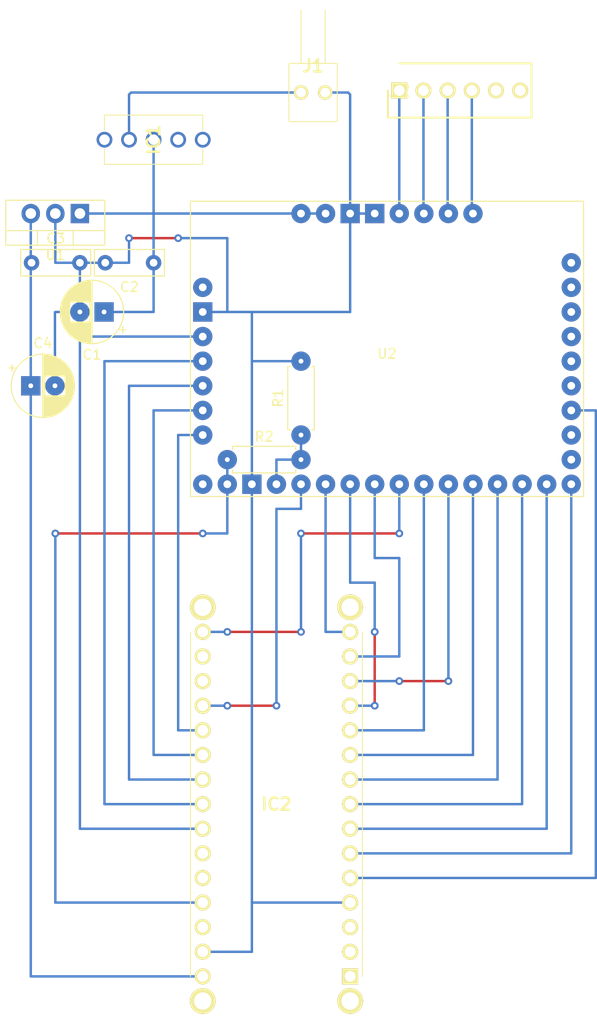
<source format=kicad_pcb>
(kicad_pcb (version 20171130) (host pcbnew "(5.1.2)-1")

  (general
    (thickness 1.6)
    (drawings 0)
    (tracks 139)
    (zones 0)
    (modules 12)
    (nets 56)
  )

  (page A4)
  (layers
    (0 F.Cu signal)
    (31 B.Cu signal)
    (32 B.Adhes user)
    (33 F.Adhes user)
    (34 B.Paste user)
    (35 F.Paste user)
    (36 B.SilkS user)
    (37 F.SilkS user)
    (38 B.Mask user)
    (39 F.Mask user)
    (40 Dwgs.User user)
    (41 Cmts.User user)
    (42 Eco1.User user)
    (43 Eco2.User user)
    (44 Edge.Cuts user)
    (45 Margin user)
    (46 B.CrtYd user)
    (47 F.CrtYd user)
    (48 B.Fab user)
    (49 F.Fab user)
  )

  (setup
    (last_trace_width 0.25)
    (trace_clearance 0.2)
    (zone_clearance 0.508)
    (zone_45_only no)
    (trace_min 0.2)
    (via_size 0.8)
    (via_drill 0.4)
    (via_min_size 0.4)
    (via_min_drill 0.3)
    (uvia_size 0.3)
    (uvia_drill 0.1)
    (uvias_allowed no)
    (uvia_min_size 0.2)
    (uvia_min_drill 0.1)
    (edge_width 0.05)
    (segment_width 0.2)
    (pcb_text_width 0.3)
    (pcb_text_size 1.5 1.5)
    (mod_edge_width 0.12)
    (mod_text_size 1 1)
    (mod_text_width 0.15)
    (pad_size 1.524 1.524)
    (pad_drill 0.762)
    (pad_to_mask_clearance 0.051)
    (solder_mask_min_width 0.25)
    (aux_axis_origin 0 0)
    (visible_elements FFFFFF7F)
    (pcbplotparams
      (layerselection 0x010fc_ffffffff)
      (usegerberextensions false)
      (usegerberattributes false)
      (usegerberadvancedattributes false)
      (creategerberjobfile false)
      (excludeedgelayer true)
      (linewidth 0.100000)
      (plotframeref false)
      (viasonmask false)
      (mode 1)
      (useauxorigin false)
      (hpglpennumber 1)
      (hpglpenspeed 20)
      (hpglpendiameter 15.000000)
      (psnegative false)
      (psa4output false)
      (plotreference true)
      (plotvalue true)
      (plotinvisibletext false)
      (padsonsilk false)
      (subtractmaskfromsilk false)
      (outputformat 1)
      (mirror false)
      (drillshape 1)
      (scaleselection 1)
      (outputdirectory ""))
  )

  (net 0 "")
  (net 1 +12V)
  (net 2 GND)
  (net 3 +8V)
  (net 4 "Net-(IC1-Pad1)")
  (net 5 "Net-(IC1-Pad3)")
  (net 6 "Net-(IC1-PadMH1)")
  (net 7 "Net-(IC1-PadMH2)")
  (net 8 "Net-(IC2-Pad1)")
  (net 9 "Net-(IC2-Pad2)")
  (net 10 "Net-(IC2-Pad3)")
  (net 11 "Net-(IC2-Pad5)")
  (net 12 "Net-(IC2-Pad6)")
  (net 13 "Net-(IC2-Pad7)")
  (net 14 "Net-(IC2-Pad8)")
  (net 15 "Net-(IC2-Pad9)")
  (net 16 "Net-(IC2-Pad10)")
  (net 17 "Net-(IC2-Pad11)")
  (net 18 "Net-(IC2-Pad12)")
  (net 19 "Net-(IC2-Pad13)")
  (net 20 "Net-(IC2-Pad14)")
  (net 21 "Net-(IC2-Pad15)")
  (net 22 "Net-(IC2-Pad18)")
  (net 23 +5V)
  (net 24 "Net-(IC2-Pad20)")
  (net 25 "Net-(IC2-Pad21)")
  (net 26 "Net-(IC2-Pad22)")
  (net 27 "Net-(IC2-Pad23)")
  (net 28 "Net-(IC2-Pad24)")
  (net 29 "Net-(IC2-Pad25)")
  (net 30 "Net-(IC2-Pad26)")
  (net 31 "Net-(IC2-Pad27)")
  (net 32 "Net-(IC2-Pad28)")
  (net 33 "Net-(IC2-Pad29)")
  (net 34 "Net-(IC2-Pad30)")
  (net 35 "Net-(IC2-PadMH1)")
  (net 36 "Net-(IC2-PadMH2)")
  (net 37 "Net-(IC2-PadMH3)")
  (net 38 "Net-(IC2-PadMH4)")
  (net 39 "Net-(J2-Pad1)")
  (net 40 "Net-(J2-Pad2)")
  (net 41 "Net-(J2-Pad3)")
  (net 42 "Net-(J2-Pad4)")
  (net 43 "Net-(J2-Pad5)")
  (net 44 "Net-(J2-Pad6)")
  (net 45 "Net-(R1-Pad1)")
  (net 46 "Net-(U2-Pad3)")
  (net 47 "Net-(U2-Pad19)")
  (net 48 "Net-(U2-Pad20)")
  (net 49 "Net-(U2-Pad22)")
  (net 50 "Net-(U2-Pad23)")
  (net 51 "Net-(U2-Pad24)")
  (net 52 "Net-(U2-Pad25)")
  (net 53 "Net-(U2-Pad26)")
  (net 54 "Net-(U2-Pad27)")
  (net 55 "Net-(U2-Pad1)")

  (net_class Default "これはデフォルトのネット クラスです。"
    (clearance 0.2)
    (trace_width 0.25)
    (via_dia 0.8)
    (via_drill 0.4)
    (uvia_dia 0.3)
    (uvia_drill 0.1)
    (add_net +12V)
    (add_net +5V)
    (add_net +8V)
    (add_net GND)
    (add_net "Net-(IC1-Pad1)")
    (add_net "Net-(IC1-Pad3)")
    (add_net "Net-(IC1-PadMH1)")
    (add_net "Net-(IC1-PadMH2)")
    (add_net "Net-(IC2-Pad1)")
    (add_net "Net-(IC2-Pad10)")
    (add_net "Net-(IC2-Pad11)")
    (add_net "Net-(IC2-Pad12)")
    (add_net "Net-(IC2-Pad13)")
    (add_net "Net-(IC2-Pad14)")
    (add_net "Net-(IC2-Pad15)")
    (add_net "Net-(IC2-Pad18)")
    (add_net "Net-(IC2-Pad2)")
    (add_net "Net-(IC2-Pad20)")
    (add_net "Net-(IC2-Pad21)")
    (add_net "Net-(IC2-Pad22)")
    (add_net "Net-(IC2-Pad23)")
    (add_net "Net-(IC2-Pad24)")
    (add_net "Net-(IC2-Pad25)")
    (add_net "Net-(IC2-Pad26)")
    (add_net "Net-(IC2-Pad27)")
    (add_net "Net-(IC2-Pad28)")
    (add_net "Net-(IC2-Pad29)")
    (add_net "Net-(IC2-Pad3)")
    (add_net "Net-(IC2-Pad30)")
    (add_net "Net-(IC2-Pad5)")
    (add_net "Net-(IC2-Pad6)")
    (add_net "Net-(IC2-Pad7)")
    (add_net "Net-(IC2-Pad8)")
    (add_net "Net-(IC2-Pad9)")
    (add_net "Net-(IC2-PadMH1)")
    (add_net "Net-(IC2-PadMH2)")
    (add_net "Net-(IC2-PadMH3)")
    (add_net "Net-(IC2-PadMH4)")
    (add_net "Net-(J2-Pad1)")
    (add_net "Net-(J2-Pad2)")
    (add_net "Net-(J2-Pad3)")
    (add_net "Net-(J2-Pad4)")
    (add_net "Net-(J2-Pad5)")
    (add_net "Net-(J2-Pad6)")
    (add_net "Net-(R1-Pad1)")
    (add_net "Net-(U2-Pad1)")
    (add_net "Net-(U2-Pad19)")
    (add_net "Net-(U2-Pad20)")
    (add_net "Net-(U2-Pad22)")
    (add_net "Net-(U2-Pad23)")
    (add_net "Net-(U2-Pad24)")
    (add_net "Net-(U2-Pad25)")
    (add_net "Net-(U2-Pad26)")
    (add_net "Net-(U2-Pad27)")
    (add_net "Net-(U2-Pad3)")
  )

  (module Capacitor_THT:CP_Radial_D6.3mm_P2.50mm (layer F.Cu) (tedit 60BF85A4) (tstamp 61CB0129)
    (at 116.8 68.58 180)
    (descr "CP, Radial series, Radial, pin pitch=2.50mm, , diameter=6.3mm, Electrolytic Capacitor")
    (tags "CP Radial series Radial pin pitch 2.50mm  diameter 6.3mm Electrolytic Capacitor")
    (path /61CA8E9C)
    (fp_text reference C1 (at 1.25 -4.4) (layer F.SilkS)
      (effects (font (size 1 1) (thickness 0.15)))
    )
    (fp_text value 47u (at 1.25 4.4) (layer F.Fab)
      (effects (font (size 1 1) (thickness 0.15)))
    )
    (fp_circle (center 1.25 0) (end 4.4 0) (layer F.Fab) (width 0.1))
    (fp_circle (center 1.25 0) (end 4.52 0) (layer F.SilkS) (width 0.12))
    (fp_circle (center 1.25 0) (end 4.65 0) (layer F.CrtYd) (width 0.05))
    (fp_line (start -1.443972 -1.3735) (end -0.813972 -1.3735) (layer F.Fab) (width 0.1))
    (fp_line (start -1.128972 -1.6885) (end -1.128972 -1.0585) (layer F.Fab) (width 0.1))
    (fp_line (start 1.25 -3.23) (end 1.25 3.23) (layer F.SilkS) (width 0.12))
    (fp_line (start 1.29 -3.23) (end 1.29 3.23) (layer F.SilkS) (width 0.12))
    (fp_line (start 1.33 -3.23) (end 1.33 3.23) (layer F.SilkS) (width 0.12))
    (fp_line (start 1.37 -3.228) (end 1.37 3.228) (layer F.SilkS) (width 0.12))
    (fp_line (start 1.41 -3.227) (end 1.41 3.227) (layer F.SilkS) (width 0.12))
    (fp_line (start 1.45 -3.224) (end 1.45 3.224) (layer F.SilkS) (width 0.12))
    (fp_line (start 1.49 -3.222) (end 1.49 -1.04) (layer F.SilkS) (width 0.12))
    (fp_line (start 1.49 1.04) (end 1.49 3.222) (layer F.SilkS) (width 0.12))
    (fp_line (start 1.53 -3.218) (end 1.53 -1.04) (layer F.SilkS) (width 0.12))
    (fp_line (start 1.53 1.04) (end 1.53 3.218) (layer F.SilkS) (width 0.12))
    (fp_line (start 1.57 -3.215) (end 1.57 -1.04) (layer F.SilkS) (width 0.12))
    (fp_line (start 1.57 1.04) (end 1.57 3.215) (layer F.SilkS) (width 0.12))
    (fp_line (start 1.61 -3.211) (end 1.61 -1.04) (layer F.SilkS) (width 0.12))
    (fp_line (start 1.61 1.04) (end 1.61 3.211) (layer F.SilkS) (width 0.12))
    (fp_line (start 1.65 -3.206) (end 1.65 -1.04) (layer F.SilkS) (width 0.12))
    (fp_line (start 1.65 1.04) (end 1.65 3.206) (layer F.SilkS) (width 0.12))
    (fp_line (start 1.69 -3.201) (end 1.69 -1.04) (layer F.SilkS) (width 0.12))
    (fp_line (start 1.69 1.04) (end 1.69 3.201) (layer F.SilkS) (width 0.12))
    (fp_line (start 1.73 -3.195) (end 1.73 -1.04) (layer F.SilkS) (width 0.12))
    (fp_line (start 1.73 1.04) (end 1.73 3.195) (layer F.SilkS) (width 0.12))
    (fp_line (start 1.77 -3.189) (end 1.77 -1.04) (layer F.SilkS) (width 0.12))
    (fp_line (start 1.77 1.04) (end 1.77 3.189) (layer F.SilkS) (width 0.12))
    (fp_line (start 1.81 -3.182) (end 1.81 -1.04) (layer F.SilkS) (width 0.12))
    (fp_line (start 1.81 1.04) (end 1.81 3.182) (layer F.SilkS) (width 0.12))
    (fp_line (start 1.85 -3.175) (end 1.85 -1.04) (layer F.SilkS) (width 0.12))
    (fp_line (start 1.85 1.04) (end 1.85 3.175) (layer F.SilkS) (width 0.12))
    (fp_line (start 1.89 -3.167) (end 1.89 -1.04) (layer F.SilkS) (width 0.12))
    (fp_line (start 1.89 1.04) (end 1.89 3.167) (layer F.SilkS) (width 0.12))
    (fp_line (start 1.93 -3.159) (end 1.93 -1.04) (layer F.SilkS) (width 0.12))
    (fp_line (start 1.93 1.04) (end 1.93 3.159) (layer F.SilkS) (width 0.12))
    (fp_line (start 1.971 -3.15) (end 1.971 -1.04) (layer F.SilkS) (width 0.12))
    (fp_line (start 1.971 1.04) (end 1.971 3.15) (layer F.SilkS) (width 0.12))
    (fp_line (start 2.011 -3.141) (end 2.011 -1.04) (layer F.SilkS) (width 0.12))
    (fp_line (start 2.011 1.04) (end 2.011 3.141) (layer F.SilkS) (width 0.12))
    (fp_line (start 2.051 -3.131) (end 2.051 -1.04) (layer F.SilkS) (width 0.12))
    (fp_line (start 2.051 1.04) (end 2.051 3.131) (layer F.SilkS) (width 0.12))
    (fp_line (start 2.091 -3.121) (end 2.091 -1.04) (layer F.SilkS) (width 0.12))
    (fp_line (start 2.091 1.04) (end 2.091 3.121) (layer F.SilkS) (width 0.12))
    (fp_line (start 2.131 -3.11) (end 2.131 -1.04) (layer F.SilkS) (width 0.12))
    (fp_line (start 2.131 1.04) (end 2.131 3.11) (layer F.SilkS) (width 0.12))
    (fp_line (start 2.171 -3.098) (end 2.171 -1.04) (layer F.SilkS) (width 0.12))
    (fp_line (start 2.171 1.04) (end 2.171 3.098) (layer F.SilkS) (width 0.12))
    (fp_line (start 2.211 -3.086) (end 2.211 -1.04) (layer F.SilkS) (width 0.12))
    (fp_line (start 2.211 1.04) (end 2.211 3.086) (layer F.SilkS) (width 0.12))
    (fp_line (start 2.251 -3.074) (end 2.251 -1.04) (layer F.SilkS) (width 0.12))
    (fp_line (start 2.251 1.04) (end 2.251 3.074) (layer F.SilkS) (width 0.12))
    (fp_line (start 2.291 -3.061) (end 2.291 -1.04) (layer F.SilkS) (width 0.12))
    (fp_line (start 2.291 1.04) (end 2.291 3.061) (layer F.SilkS) (width 0.12))
    (fp_line (start 2.331 -3.047) (end 2.331 -1.04) (layer F.SilkS) (width 0.12))
    (fp_line (start 2.331 1.04) (end 2.331 3.047) (layer F.SilkS) (width 0.12))
    (fp_line (start 2.371 -3.033) (end 2.371 -1.04) (layer F.SilkS) (width 0.12))
    (fp_line (start 2.371 1.04) (end 2.371 3.033) (layer F.SilkS) (width 0.12))
    (fp_line (start 2.411 -3.018) (end 2.411 -1.04) (layer F.SilkS) (width 0.12))
    (fp_line (start 2.411 1.04) (end 2.411 3.018) (layer F.SilkS) (width 0.12))
    (fp_line (start 2.451 -3.002) (end 2.451 -1.04) (layer F.SilkS) (width 0.12))
    (fp_line (start 2.451 1.04) (end 2.451 3.002) (layer F.SilkS) (width 0.12))
    (fp_line (start 2.491 -2.986) (end 2.491 -1.04) (layer F.SilkS) (width 0.12))
    (fp_line (start 2.491 1.04) (end 2.491 2.986) (layer F.SilkS) (width 0.12))
    (fp_line (start 2.531 -2.97) (end 2.531 -1.04) (layer F.SilkS) (width 0.12))
    (fp_line (start 2.531 1.04) (end 2.531 2.97) (layer F.SilkS) (width 0.12))
    (fp_line (start 2.571 -2.952) (end 2.571 -1.04) (layer F.SilkS) (width 0.12))
    (fp_line (start 2.571 1.04) (end 2.571 2.952) (layer F.SilkS) (width 0.12))
    (fp_line (start 2.611 -2.934) (end 2.611 -1.04) (layer F.SilkS) (width 0.12))
    (fp_line (start 2.611 1.04) (end 2.611 2.934) (layer F.SilkS) (width 0.12))
    (fp_line (start 2.651 -2.916) (end 2.651 -1.04) (layer F.SilkS) (width 0.12))
    (fp_line (start 2.651 1.04) (end 2.651 2.916) (layer F.SilkS) (width 0.12))
    (fp_line (start 2.691 -2.896) (end 2.691 -1.04) (layer F.SilkS) (width 0.12))
    (fp_line (start 2.691 1.04) (end 2.691 2.896) (layer F.SilkS) (width 0.12))
    (fp_line (start 2.731 -2.876) (end 2.731 -1.04) (layer F.SilkS) (width 0.12))
    (fp_line (start 2.731 1.04) (end 2.731 2.876) (layer F.SilkS) (width 0.12))
    (fp_line (start 2.771 -2.856) (end 2.771 -1.04) (layer F.SilkS) (width 0.12))
    (fp_line (start 2.771 1.04) (end 2.771 2.856) (layer F.SilkS) (width 0.12))
    (fp_line (start 2.811 -2.834) (end 2.811 -1.04) (layer F.SilkS) (width 0.12))
    (fp_line (start 2.811 1.04) (end 2.811 2.834) (layer F.SilkS) (width 0.12))
    (fp_line (start 2.851 -2.812) (end 2.851 -1.04) (layer F.SilkS) (width 0.12))
    (fp_line (start 2.851 1.04) (end 2.851 2.812) (layer F.SilkS) (width 0.12))
    (fp_line (start 2.891 -2.79) (end 2.891 -1.04) (layer F.SilkS) (width 0.12))
    (fp_line (start 2.891 1.04) (end 2.891 2.79) (layer F.SilkS) (width 0.12))
    (fp_line (start 2.931 -2.766) (end 2.931 -1.04) (layer F.SilkS) (width 0.12))
    (fp_line (start 2.931 1.04) (end 2.931 2.766) (layer F.SilkS) (width 0.12))
    (fp_line (start 2.971 -2.742) (end 2.971 -1.04) (layer F.SilkS) (width 0.12))
    (fp_line (start 2.971 1.04) (end 2.971 2.742) (layer F.SilkS) (width 0.12))
    (fp_line (start 3.011 -2.716) (end 3.011 -1.04) (layer F.SilkS) (width 0.12))
    (fp_line (start 3.011 1.04) (end 3.011 2.716) (layer F.SilkS) (width 0.12))
    (fp_line (start 3.051 -2.69) (end 3.051 -1.04) (layer F.SilkS) (width 0.12))
    (fp_line (start 3.051 1.04) (end 3.051 2.69) (layer F.SilkS) (width 0.12))
    (fp_line (start 3.091 -2.664) (end 3.091 -1.04) (layer F.SilkS) (width 0.12))
    (fp_line (start 3.091 1.04) (end 3.091 2.664) (layer F.SilkS) (width 0.12))
    (fp_line (start 3.131 -2.636) (end 3.131 -1.04) (layer F.SilkS) (width 0.12))
    (fp_line (start 3.131 1.04) (end 3.131 2.636) (layer F.SilkS) (width 0.12))
    (fp_line (start 3.171 -2.607) (end 3.171 -1.04) (layer F.SilkS) (width 0.12))
    (fp_line (start 3.171 1.04) (end 3.171 2.607) (layer F.SilkS) (width 0.12))
    (fp_line (start 3.211 -2.578) (end 3.211 -1.04) (layer F.SilkS) (width 0.12))
    (fp_line (start 3.211 1.04) (end 3.211 2.578) (layer F.SilkS) (width 0.12))
    (fp_line (start 3.251 -2.548) (end 3.251 -1.04) (layer F.SilkS) (width 0.12))
    (fp_line (start 3.251 1.04) (end 3.251 2.548) (layer F.SilkS) (width 0.12))
    (fp_line (start 3.291 -2.516) (end 3.291 -1.04) (layer F.SilkS) (width 0.12))
    (fp_line (start 3.291 1.04) (end 3.291 2.516) (layer F.SilkS) (width 0.12))
    (fp_line (start 3.331 -2.484) (end 3.331 -1.04) (layer F.SilkS) (width 0.12))
    (fp_line (start 3.331 1.04) (end 3.331 2.484) (layer F.SilkS) (width 0.12))
    (fp_line (start 3.371 -2.45) (end 3.371 -1.04) (layer F.SilkS) (width 0.12))
    (fp_line (start 3.371 1.04) (end 3.371 2.45) (layer F.SilkS) (width 0.12))
    (fp_line (start 3.411 -2.416) (end 3.411 -1.04) (layer F.SilkS) (width 0.12))
    (fp_line (start 3.411 1.04) (end 3.411 2.416) (layer F.SilkS) (width 0.12))
    (fp_line (start 3.451 -2.38) (end 3.451 -1.04) (layer F.SilkS) (width 0.12))
    (fp_line (start 3.451 1.04) (end 3.451 2.38) (layer F.SilkS) (width 0.12))
    (fp_line (start 3.491 -2.343) (end 3.491 -1.04) (layer F.SilkS) (width 0.12))
    (fp_line (start 3.491 1.04) (end 3.491 2.343) (layer F.SilkS) (width 0.12))
    (fp_line (start 3.531 -2.305) (end 3.531 -1.04) (layer F.SilkS) (width 0.12))
    (fp_line (start 3.531 1.04) (end 3.531 2.305) (layer F.SilkS) (width 0.12))
    (fp_line (start 3.571 -2.265) (end 3.571 2.265) (layer F.SilkS) (width 0.12))
    (fp_line (start 3.611 -2.224) (end 3.611 2.224) (layer F.SilkS) (width 0.12))
    (fp_line (start 3.651 -2.182) (end 3.651 2.182) (layer F.SilkS) (width 0.12))
    (fp_line (start 3.691 -2.137) (end 3.691 2.137) (layer F.SilkS) (width 0.12))
    (fp_line (start 3.731 -2.092) (end 3.731 2.092) (layer F.SilkS) (width 0.12))
    (fp_line (start 3.771 -2.044) (end 3.771 2.044) (layer F.SilkS) (width 0.12))
    (fp_line (start 3.811 -1.995) (end 3.811 1.995) (layer F.SilkS) (width 0.12))
    (fp_line (start 3.851 -1.944) (end 3.851 1.944) (layer F.SilkS) (width 0.12))
    (fp_line (start 3.891 -1.89) (end 3.891 1.89) (layer F.SilkS) (width 0.12))
    (fp_line (start 3.931 -1.834) (end 3.931 1.834) (layer F.SilkS) (width 0.12))
    (fp_line (start 3.971 -1.776) (end 3.971 1.776) (layer F.SilkS) (width 0.12))
    (fp_line (start 4.011 -1.714) (end 4.011 1.714) (layer F.SilkS) (width 0.12))
    (fp_line (start 4.051 -1.65) (end 4.051 1.65) (layer F.SilkS) (width 0.12))
    (fp_line (start 4.091 -1.581) (end 4.091 1.581) (layer F.SilkS) (width 0.12))
    (fp_line (start 4.131 -1.509) (end 4.131 1.509) (layer F.SilkS) (width 0.12))
    (fp_line (start 4.171 -1.432) (end 4.171 1.432) (layer F.SilkS) (width 0.12))
    (fp_line (start 4.211 -1.35) (end 4.211 1.35) (layer F.SilkS) (width 0.12))
    (fp_line (start 4.251 -1.262) (end 4.251 1.262) (layer F.SilkS) (width 0.12))
    (fp_line (start 4.291 -1.165) (end 4.291 1.165) (layer F.SilkS) (width 0.12))
    (fp_line (start 4.331 -1.059) (end 4.331 1.059) (layer F.SilkS) (width 0.12))
    (fp_line (start 4.371 -0.94) (end 4.371 0.94) (layer F.SilkS) (width 0.12))
    (fp_line (start 4.411 -0.802) (end 4.411 0.802) (layer F.SilkS) (width 0.12))
    (fp_line (start 4.451 -0.633) (end 4.451 0.633) (layer F.SilkS) (width 0.12))
    (fp_line (start 4.491 -0.402) (end 4.491 0.402) (layer F.SilkS) (width 0.12))
    (fp_line (start -2.250241 -1.839) (end -1.620241 -1.839) (layer F.SilkS) (width 0.12))
    (fp_line (start -1.935241 -2.154) (end -1.935241 -1.524) (layer F.SilkS) (width 0.12))
    (fp_text user %R (at 1.25 0) (layer F.Fab)
      (effects (font (size 1 1) (thickness 0.15)))
    )
    (pad 1 thru_hole rect (at 0 0 180) (size 2 2) (drill 0.5) (layers *.Cu *.Mask)
      (net 1 +12V))
    (pad 2 thru_hole circle (at 2.5 0 180) (size 2 2) (drill 0.5) (layers *.Cu *.Mask)
      (net 2 GND))
    (model ${KISYS3DMOD}/Capacitor_THT.3dshapes/CP_Radial_D6.3mm_P2.50mm.wrl
      (at (xyz 0 0 0))
      (scale (xyz 1 1 1))
      (rotate (xyz 0 0 0))
    )
  )

  (module Capacitor_THT:C_Rect_L7.0mm_W2.5mm_P5.00mm (layer F.Cu) (tedit 5AE50EF0) (tstamp 61CB013C)
    (at 121.92 63.5 180)
    (descr "C, Rect series, Radial, pin pitch=5.00mm, , length*width=7*2.5mm^2, Capacitor")
    (tags "C Rect series Radial pin pitch 5.00mm  length 7mm width 2.5mm Capacitor")
    (path /61CA79D8)
    (fp_text reference C2 (at 2.5 -2.5) (layer F.SilkS)
      (effects (font (size 1 1) (thickness 0.15)))
    )
    (fp_text value 0.1u (at 2.5 2.5) (layer F.Fab)
      (effects (font (size 1 1) (thickness 0.15)))
    )
    (fp_line (start -1 -1.25) (end -1 1.25) (layer F.Fab) (width 0.1))
    (fp_line (start -1 1.25) (end 6 1.25) (layer F.Fab) (width 0.1))
    (fp_line (start 6 1.25) (end 6 -1.25) (layer F.Fab) (width 0.1))
    (fp_line (start 6 -1.25) (end -1 -1.25) (layer F.Fab) (width 0.1))
    (fp_line (start -1.12 -1.37) (end 6.12 -1.37) (layer F.SilkS) (width 0.12))
    (fp_line (start -1.12 1.37) (end 6.12 1.37) (layer F.SilkS) (width 0.12))
    (fp_line (start -1.12 -1.37) (end -1.12 1.37) (layer F.SilkS) (width 0.12))
    (fp_line (start 6.12 -1.37) (end 6.12 1.37) (layer F.SilkS) (width 0.12))
    (fp_line (start -1.25 -1.5) (end -1.25 1.5) (layer F.CrtYd) (width 0.05))
    (fp_line (start -1.25 1.5) (end 6.25 1.5) (layer F.CrtYd) (width 0.05))
    (fp_line (start 6.25 1.5) (end 6.25 -1.5) (layer F.CrtYd) (width 0.05))
    (fp_line (start 6.25 -1.5) (end -1.25 -1.5) (layer F.CrtYd) (width 0.05))
    (fp_text user %R (at 2.5 0) (layer F.Fab)
      (effects (font (size 1 1) (thickness 0.15)))
    )
    (pad 1 thru_hole circle (at 0 0 180) (size 1.6 1.6) (drill 0.8) (layers *.Cu *.Mask)
      (net 1 +12V))
    (pad 2 thru_hole circle (at 5 0 180) (size 1.6 1.6) (drill 0.8) (layers *.Cu *.Mask)
      (net 2 GND))
    (model ${KISYS3DMOD}/Capacitor_THT.3dshapes/C_Rect_L7.0mm_W2.5mm_P5.00mm.wrl
      (at (xyz 0 0 0))
      (scale (xyz 1 1 1))
      (rotate (xyz 0 0 0))
    )
  )

  (module Capacitor_THT:C_Rect_L7.0mm_W2.5mm_P5.00mm (layer F.Cu) (tedit 5AE50EF0) (tstamp 61CB014F)
    (at 109.3 63.5)
    (descr "C, Rect series, Radial, pin pitch=5.00mm, , length*width=7*2.5mm^2, Capacitor")
    (tags "C Rect series Radial pin pitch 5.00mm  length 7mm width 2.5mm Capacitor")
    (path /61CA8431)
    (fp_text reference C3 (at 2.5 -2.5) (layer F.SilkS)
      (effects (font (size 1 1) (thickness 0.15)))
    )
    (fp_text value 0.1u (at 2.5 2.5) (layer F.Fab)
      (effects (font (size 1 1) (thickness 0.15)))
    )
    (fp_text user %R (at 2.5 0) (layer F.Fab)
      (effects (font (size 1 1) (thickness 0.15)))
    )
    (fp_line (start 6.25 -1.5) (end -1.25 -1.5) (layer F.CrtYd) (width 0.05))
    (fp_line (start 6.25 1.5) (end 6.25 -1.5) (layer F.CrtYd) (width 0.05))
    (fp_line (start -1.25 1.5) (end 6.25 1.5) (layer F.CrtYd) (width 0.05))
    (fp_line (start -1.25 -1.5) (end -1.25 1.5) (layer F.CrtYd) (width 0.05))
    (fp_line (start 6.12 -1.37) (end 6.12 1.37) (layer F.SilkS) (width 0.12))
    (fp_line (start -1.12 -1.37) (end -1.12 1.37) (layer F.SilkS) (width 0.12))
    (fp_line (start -1.12 1.37) (end 6.12 1.37) (layer F.SilkS) (width 0.12))
    (fp_line (start -1.12 -1.37) (end 6.12 -1.37) (layer F.SilkS) (width 0.12))
    (fp_line (start 6 -1.25) (end -1 -1.25) (layer F.Fab) (width 0.1))
    (fp_line (start 6 1.25) (end 6 -1.25) (layer F.Fab) (width 0.1))
    (fp_line (start -1 1.25) (end 6 1.25) (layer F.Fab) (width 0.1))
    (fp_line (start -1 -1.25) (end -1 1.25) (layer F.Fab) (width 0.1))
    (pad 2 thru_hole circle (at 5 0) (size 1.6 1.6) (drill 0.8) (layers *.Cu *.Mask)
      (net 2 GND))
    (pad 1 thru_hole circle (at 0 0) (size 1.6 1.6) (drill 0.8) (layers *.Cu *.Mask)
      (net 3 +8V))
    (model ${KISYS3DMOD}/Capacitor_THT.3dshapes/C_Rect_L7.0mm_W2.5mm_P5.00mm.wrl
      (at (xyz 0 0 0))
      (scale (xyz 1 1 1))
      (rotate (xyz 0 0 0))
    )
  )

  (module Capacitor_THT:CP_Radial_D6.3mm_P2.50mm (layer F.Cu) (tedit 60BF85A4) (tstamp 61CB01E3)
    (at 109.22 76.2)
    (descr "CP, Radial series, Radial, pin pitch=2.50mm, , diameter=6.3mm, Electrolytic Capacitor")
    (tags "CP Radial series Radial pin pitch 2.50mm  diameter 6.3mm Electrolytic Capacitor")
    (path /61CA9728)
    (fp_text reference C4 (at 1.25 -4.4) (layer F.SilkS)
      (effects (font (size 1 1) (thickness 0.15)))
    )
    (fp_text value 47u (at 1.25 4.4) (layer F.Fab)
      (effects (font (size 1 1) (thickness 0.15)))
    )
    (fp_text user %R (at 1.25 0) (layer F.Fab)
      (effects (font (size 1 1) (thickness 0.15)))
    )
    (fp_line (start -1.935241 -2.154) (end -1.935241 -1.524) (layer F.SilkS) (width 0.12))
    (fp_line (start -2.250241 -1.839) (end -1.620241 -1.839) (layer F.SilkS) (width 0.12))
    (fp_line (start 4.491 -0.402) (end 4.491 0.402) (layer F.SilkS) (width 0.12))
    (fp_line (start 4.451 -0.633) (end 4.451 0.633) (layer F.SilkS) (width 0.12))
    (fp_line (start 4.411 -0.802) (end 4.411 0.802) (layer F.SilkS) (width 0.12))
    (fp_line (start 4.371 -0.94) (end 4.371 0.94) (layer F.SilkS) (width 0.12))
    (fp_line (start 4.331 -1.059) (end 4.331 1.059) (layer F.SilkS) (width 0.12))
    (fp_line (start 4.291 -1.165) (end 4.291 1.165) (layer F.SilkS) (width 0.12))
    (fp_line (start 4.251 -1.262) (end 4.251 1.262) (layer F.SilkS) (width 0.12))
    (fp_line (start 4.211 -1.35) (end 4.211 1.35) (layer F.SilkS) (width 0.12))
    (fp_line (start 4.171 -1.432) (end 4.171 1.432) (layer F.SilkS) (width 0.12))
    (fp_line (start 4.131 -1.509) (end 4.131 1.509) (layer F.SilkS) (width 0.12))
    (fp_line (start 4.091 -1.581) (end 4.091 1.581) (layer F.SilkS) (width 0.12))
    (fp_line (start 4.051 -1.65) (end 4.051 1.65) (layer F.SilkS) (width 0.12))
    (fp_line (start 4.011 -1.714) (end 4.011 1.714) (layer F.SilkS) (width 0.12))
    (fp_line (start 3.971 -1.776) (end 3.971 1.776) (layer F.SilkS) (width 0.12))
    (fp_line (start 3.931 -1.834) (end 3.931 1.834) (layer F.SilkS) (width 0.12))
    (fp_line (start 3.891 -1.89) (end 3.891 1.89) (layer F.SilkS) (width 0.12))
    (fp_line (start 3.851 -1.944) (end 3.851 1.944) (layer F.SilkS) (width 0.12))
    (fp_line (start 3.811 -1.995) (end 3.811 1.995) (layer F.SilkS) (width 0.12))
    (fp_line (start 3.771 -2.044) (end 3.771 2.044) (layer F.SilkS) (width 0.12))
    (fp_line (start 3.731 -2.092) (end 3.731 2.092) (layer F.SilkS) (width 0.12))
    (fp_line (start 3.691 -2.137) (end 3.691 2.137) (layer F.SilkS) (width 0.12))
    (fp_line (start 3.651 -2.182) (end 3.651 2.182) (layer F.SilkS) (width 0.12))
    (fp_line (start 3.611 -2.224) (end 3.611 2.224) (layer F.SilkS) (width 0.12))
    (fp_line (start 3.571 -2.265) (end 3.571 2.265) (layer F.SilkS) (width 0.12))
    (fp_line (start 3.531 1.04) (end 3.531 2.305) (layer F.SilkS) (width 0.12))
    (fp_line (start 3.531 -2.305) (end 3.531 -1.04) (layer F.SilkS) (width 0.12))
    (fp_line (start 3.491 1.04) (end 3.491 2.343) (layer F.SilkS) (width 0.12))
    (fp_line (start 3.491 -2.343) (end 3.491 -1.04) (layer F.SilkS) (width 0.12))
    (fp_line (start 3.451 1.04) (end 3.451 2.38) (layer F.SilkS) (width 0.12))
    (fp_line (start 3.451 -2.38) (end 3.451 -1.04) (layer F.SilkS) (width 0.12))
    (fp_line (start 3.411 1.04) (end 3.411 2.416) (layer F.SilkS) (width 0.12))
    (fp_line (start 3.411 -2.416) (end 3.411 -1.04) (layer F.SilkS) (width 0.12))
    (fp_line (start 3.371 1.04) (end 3.371 2.45) (layer F.SilkS) (width 0.12))
    (fp_line (start 3.371 -2.45) (end 3.371 -1.04) (layer F.SilkS) (width 0.12))
    (fp_line (start 3.331 1.04) (end 3.331 2.484) (layer F.SilkS) (width 0.12))
    (fp_line (start 3.331 -2.484) (end 3.331 -1.04) (layer F.SilkS) (width 0.12))
    (fp_line (start 3.291 1.04) (end 3.291 2.516) (layer F.SilkS) (width 0.12))
    (fp_line (start 3.291 -2.516) (end 3.291 -1.04) (layer F.SilkS) (width 0.12))
    (fp_line (start 3.251 1.04) (end 3.251 2.548) (layer F.SilkS) (width 0.12))
    (fp_line (start 3.251 -2.548) (end 3.251 -1.04) (layer F.SilkS) (width 0.12))
    (fp_line (start 3.211 1.04) (end 3.211 2.578) (layer F.SilkS) (width 0.12))
    (fp_line (start 3.211 -2.578) (end 3.211 -1.04) (layer F.SilkS) (width 0.12))
    (fp_line (start 3.171 1.04) (end 3.171 2.607) (layer F.SilkS) (width 0.12))
    (fp_line (start 3.171 -2.607) (end 3.171 -1.04) (layer F.SilkS) (width 0.12))
    (fp_line (start 3.131 1.04) (end 3.131 2.636) (layer F.SilkS) (width 0.12))
    (fp_line (start 3.131 -2.636) (end 3.131 -1.04) (layer F.SilkS) (width 0.12))
    (fp_line (start 3.091 1.04) (end 3.091 2.664) (layer F.SilkS) (width 0.12))
    (fp_line (start 3.091 -2.664) (end 3.091 -1.04) (layer F.SilkS) (width 0.12))
    (fp_line (start 3.051 1.04) (end 3.051 2.69) (layer F.SilkS) (width 0.12))
    (fp_line (start 3.051 -2.69) (end 3.051 -1.04) (layer F.SilkS) (width 0.12))
    (fp_line (start 3.011 1.04) (end 3.011 2.716) (layer F.SilkS) (width 0.12))
    (fp_line (start 3.011 -2.716) (end 3.011 -1.04) (layer F.SilkS) (width 0.12))
    (fp_line (start 2.971 1.04) (end 2.971 2.742) (layer F.SilkS) (width 0.12))
    (fp_line (start 2.971 -2.742) (end 2.971 -1.04) (layer F.SilkS) (width 0.12))
    (fp_line (start 2.931 1.04) (end 2.931 2.766) (layer F.SilkS) (width 0.12))
    (fp_line (start 2.931 -2.766) (end 2.931 -1.04) (layer F.SilkS) (width 0.12))
    (fp_line (start 2.891 1.04) (end 2.891 2.79) (layer F.SilkS) (width 0.12))
    (fp_line (start 2.891 -2.79) (end 2.891 -1.04) (layer F.SilkS) (width 0.12))
    (fp_line (start 2.851 1.04) (end 2.851 2.812) (layer F.SilkS) (width 0.12))
    (fp_line (start 2.851 -2.812) (end 2.851 -1.04) (layer F.SilkS) (width 0.12))
    (fp_line (start 2.811 1.04) (end 2.811 2.834) (layer F.SilkS) (width 0.12))
    (fp_line (start 2.811 -2.834) (end 2.811 -1.04) (layer F.SilkS) (width 0.12))
    (fp_line (start 2.771 1.04) (end 2.771 2.856) (layer F.SilkS) (width 0.12))
    (fp_line (start 2.771 -2.856) (end 2.771 -1.04) (layer F.SilkS) (width 0.12))
    (fp_line (start 2.731 1.04) (end 2.731 2.876) (layer F.SilkS) (width 0.12))
    (fp_line (start 2.731 -2.876) (end 2.731 -1.04) (layer F.SilkS) (width 0.12))
    (fp_line (start 2.691 1.04) (end 2.691 2.896) (layer F.SilkS) (width 0.12))
    (fp_line (start 2.691 -2.896) (end 2.691 -1.04) (layer F.SilkS) (width 0.12))
    (fp_line (start 2.651 1.04) (end 2.651 2.916) (layer F.SilkS) (width 0.12))
    (fp_line (start 2.651 -2.916) (end 2.651 -1.04) (layer F.SilkS) (width 0.12))
    (fp_line (start 2.611 1.04) (end 2.611 2.934) (layer F.SilkS) (width 0.12))
    (fp_line (start 2.611 -2.934) (end 2.611 -1.04) (layer F.SilkS) (width 0.12))
    (fp_line (start 2.571 1.04) (end 2.571 2.952) (layer F.SilkS) (width 0.12))
    (fp_line (start 2.571 -2.952) (end 2.571 -1.04) (layer F.SilkS) (width 0.12))
    (fp_line (start 2.531 1.04) (end 2.531 2.97) (layer F.SilkS) (width 0.12))
    (fp_line (start 2.531 -2.97) (end 2.531 -1.04) (layer F.SilkS) (width 0.12))
    (fp_line (start 2.491 1.04) (end 2.491 2.986) (layer F.SilkS) (width 0.12))
    (fp_line (start 2.491 -2.986) (end 2.491 -1.04) (layer F.SilkS) (width 0.12))
    (fp_line (start 2.451 1.04) (end 2.451 3.002) (layer F.SilkS) (width 0.12))
    (fp_line (start 2.451 -3.002) (end 2.451 -1.04) (layer F.SilkS) (width 0.12))
    (fp_line (start 2.411 1.04) (end 2.411 3.018) (layer F.SilkS) (width 0.12))
    (fp_line (start 2.411 -3.018) (end 2.411 -1.04) (layer F.SilkS) (width 0.12))
    (fp_line (start 2.371 1.04) (end 2.371 3.033) (layer F.SilkS) (width 0.12))
    (fp_line (start 2.371 -3.033) (end 2.371 -1.04) (layer F.SilkS) (width 0.12))
    (fp_line (start 2.331 1.04) (end 2.331 3.047) (layer F.SilkS) (width 0.12))
    (fp_line (start 2.331 -3.047) (end 2.331 -1.04) (layer F.SilkS) (width 0.12))
    (fp_line (start 2.291 1.04) (end 2.291 3.061) (layer F.SilkS) (width 0.12))
    (fp_line (start 2.291 -3.061) (end 2.291 -1.04) (layer F.SilkS) (width 0.12))
    (fp_line (start 2.251 1.04) (end 2.251 3.074) (layer F.SilkS) (width 0.12))
    (fp_line (start 2.251 -3.074) (end 2.251 -1.04) (layer F.SilkS) (width 0.12))
    (fp_line (start 2.211 1.04) (end 2.211 3.086) (layer F.SilkS) (width 0.12))
    (fp_line (start 2.211 -3.086) (end 2.211 -1.04) (layer F.SilkS) (width 0.12))
    (fp_line (start 2.171 1.04) (end 2.171 3.098) (layer F.SilkS) (width 0.12))
    (fp_line (start 2.171 -3.098) (end 2.171 -1.04) (layer F.SilkS) (width 0.12))
    (fp_line (start 2.131 1.04) (end 2.131 3.11) (layer F.SilkS) (width 0.12))
    (fp_line (start 2.131 -3.11) (end 2.131 -1.04) (layer F.SilkS) (width 0.12))
    (fp_line (start 2.091 1.04) (end 2.091 3.121) (layer F.SilkS) (width 0.12))
    (fp_line (start 2.091 -3.121) (end 2.091 -1.04) (layer F.SilkS) (width 0.12))
    (fp_line (start 2.051 1.04) (end 2.051 3.131) (layer F.SilkS) (width 0.12))
    (fp_line (start 2.051 -3.131) (end 2.051 -1.04) (layer F.SilkS) (width 0.12))
    (fp_line (start 2.011 1.04) (end 2.011 3.141) (layer F.SilkS) (width 0.12))
    (fp_line (start 2.011 -3.141) (end 2.011 -1.04) (layer F.SilkS) (width 0.12))
    (fp_line (start 1.971 1.04) (end 1.971 3.15) (layer F.SilkS) (width 0.12))
    (fp_line (start 1.971 -3.15) (end 1.971 -1.04) (layer F.SilkS) (width 0.12))
    (fp_line (start 1.93 1.04) (end 1.93 3.159) (layer F.SilkS) (width 0.12))
    (fp_line (start 1.93 -3.159) (end 1.93 -1.04) (layer F.SilkS) (width 0.12))
    (fp_line (start 1.89 1.04) (end 1.89 3.167) (layer F.SilkS) (width 0.12))
    (fp_line (start 1.89 -3.167) (end 1.89 -1.04) (layer F.SilkS) (width 0.12))
    (fp_line (start 1.85 1.04) (end 1.85 3.175) (layer F.SilkS) (width 0.12))
    (fp_line (start 1.85 -3.175) (end 1.85 -1.04) (layer F.SilkS) (width 0.12))
    (fp_line (start 1.81 1.04) (end 1.81 3.182) (layer F.SilkS) (width 0.12))
    (fp_line (start 1.81 -3.182) (end 1.81 -1.04) (layer F.SilkS) (width 0.12))
    (fp_line (start 1.77 1.04) (end 1.77 3.189) (layer F.SilkS) (width 0.12))
    (fp_line (start 1.77 -3.189) (end 1.77 -1.04) (layer F.SilkS) (width 0.12))
    (fp_line (start 1.73 1.04) (end 1.73 3.195) (layer F.SilkS) (width 0.12))
    (fp_line (start 1.73 -3.195) (end 1.73 -1.04) (layer F.SilkS) (width 0.12))
    (fp_line (start 1.69 1.04) (end 1.69 3.201) (layer F.SilkS) (width 0.12))
    (fp_line (start 1.69 -3.201) (end 1.69 -1.04) (layer F.SilkS) (width 0.12))
    (fp_line (start 1.65 1.04) (end 1.65 3.206) (layer F.SilkS) (width 0.12))
    (fp_line (start 1.65 -3.206) (end 1.65 -1.04) (layer F.SilkS) (width 0.12))
    (fp_line (start 1.61 1.04) (end 1.61 3.211) (layer F.SilkS) (width 0.12))
    (fp_line (start 1.61 -3.211) (end 1.61 -1.04) (layer F.SilkS) (width 0.12))
    (fp_line (start 1.57 1.04) (end 1.57 3.215) (layer F.SilkS) (width 0.12))
    (fp_line (start 1.57 -3.215) (end 1.57 -1.04) (layer F.SilkS) (width 0.12))
    (fp_line (start 1.53 1.04) (end 1.53 3.218) (layer F.SilkS) (width 0.12))
    (fp_line (start 1.53 -3.218) (end 1.53 -1.04) (layer F.SilkS) (width 0.12))
    (fp_line (start 1.49 1.04) (end 1.49 3.222) (layer F.SilkS) (width 0.12))
    (fp_line (start 1.49 -3.222) (end 1.49 -1.04) (layer F.SilkS) (width 0.12))
    (fp_line (start 1.45 -3.224) (end 1.45 3.224) (layer F.SilkS) (width 0.12))
    (fp_line (start 1.41 -3.227) (end 1.41 3.227) (layer F.SilkS) (width 0.12))
    (fp_line (start 1.37 -3.228) (end 1.37 3.228) (layer F.SilkS) (width 0.12))
    (fp_line (start 1.33 -3.23) (end 1.33 3.23) (layer F.SilkS) (width 0.12))
    (fp_line (start 1.29 -3.23) (end 1.29 3.23) (layer F.SilkS) (width 0.12))
    (fp_line (start 1.25 -3.23) (end 1.25 3.23) (layer F.SilkS) (width 0.12))
    (fp_line (start -1.128972 -1.6885) (end -1.128972 -1.0585) (layer F.Fab) (width 0.1))
    (fp_line (start -1.443972 -1.3735) (end -0.813972 -1.3735) (layer F.Fab) (width 0.1))
    (fp_circle (center 1.25 0) (end 4.65 0) (layer F.CrtYd) (width 0.05))
    (fp_circle (center 1.25 0) (end 4.52 0) (layer F.SilkS) (width 0.12))
    (fp_circle (center 1.25 0) (end 4.4 0) (layer F.Fab) (width 0.1))
    (pad 2 thru_hole circle (at 2.5 0) (size 2 2) (drill 0.5) (layers *.Cu *.Mask)
      (net 2 GND))
    (pad 1 thru_hole rect (at 0 0) (size 2 2) (drill 0.5) (layers *.Cu *.Mask)
      (net 3 +8V))
    (model ${KISYS3DMOD}/Capacitor_THT.3dshapes/CP_Radial_D6.3mm_P2.50mm.wrl
      (at (xyz 0 0 0))
      (scale (xyz 1 1 1))
      (rotate (xyz 0 0 0))
    )
  )

  (module SamacSys_Parts2:2MS1T1B4VS2QES (layer F.Cu) (tedit 0) (tstamp 61CB01FB)
    (at 119.38 50.8 90)
    (descr 2MS1T1B4VS2QES-1)
    (tags "Integrated Circuit")
    (path /61CB2DF2)
    (fp_text reference IC1 (at 0 2.54 90) (layer F.SilkS)
      (effects (font (size 1.27 1.27) (thickness 0.254)))
    )
    (fp_text value 2MS1T1B4VS2QES (at 0 2.54 90) (layer F.SilkS) hide
      (effects (font (size 1.27 1.27) (thickness 0.254)))
    )
    (fp_text user %R (at 0 2.54 90) (layer F.Fab)
      (effects (font (size 1.27 1.27) (thickness 0.254)))
    )
    (fp_line (start -2.54 -2.54) (end 2.54 -2.54) (layer F.Fab) (width 0.2))
    (fp_line (start 2.54 -2.54) (end 2.54 7.62) (layer F.Fab) (width 0.2))
    (fp_line (start 2.54 7.62) (end -2.54 7.62) (layer F.Fab) (width 0.2))
    (fp_line (start -2.54 7.62) (end -2.54 -2.54) (layer F.Fab) (width 0.2))
    (fp_line (start -3.54 -4.358) (end 3.54 -4.358) (layer F.CrtYd) (width 0.1))
    (fp_line (start 3.54 -4.358) (end 3.54 9.438) (layer F.CrtYd) (width 0.1))
    (fp_line (start 3.54 9.438) (end -3.54 9.438) (layer F.CrtYd) (width 0.1))
    (fp_line (start -3.54 9.438) (end -3.54 -4.358) (layer F.CrtYd) (width 0.1))
    (fp_line (start 1 -2.54) (end 2.54 -2.54) (layer F.SilkS) (width 0.1))
    (fp_line (start 2.54 -2.54) (end 2.54 7.62) (layer F.SilkS) (width 0.1))
    (fp_line (start 2.54 7.62) (end 1 7.62) (layer F.SilkS) (width 0.1))
    (fp_line (start -1 -2.54) (end -2.54 -2.54) (layer F.SilkS) (width 0.1))
    (fp_line (start -2.54 -2.54) (end -2.54 7.62) (layer F.SilkS) (width 0.1))
    (fp_line (start -2.54 7.62) (end -1 7.62) (layer F.SilkS) (width 0.1))
    (pad 1 thru_hole circle (at 0 0 90) (size 1.635 1.635) (drill 1.09) (layers *.Cu *.Mask)
      (net 4 "Net-(IC1-Pad1)"))
    (pad 2 thru_hole circle (at 0 2.54 90) (size 1.635 1.635) (drill 1.09) (layers *.Cu *.Mask)
      (net 1 +12V))
    (pad 3 thru_hole circle (at 0 5.08 90) (size 1.635 1.635) (drill 1.09) (layers *.Cu *.Mask)
      (net 5 "Net-(IC1-Pad3)"))
    (pad MH1 thru_hole circle (at 0 -2.54 90) (size 1.635 1.635) (drill 1.09) (layers *.Cu *.Mask)
      (net 6 "Net-(IC1-PadMH1)"))
    (pad MH2 thru_hole circle (at 0 7.62 90) (size 1.635 1.635) (drill 1.09) (layers *.Cu *.Mask)
      (net 7 "Net-(IC1-PadMH2)"))
    (model C:\pf\SamacSys_PCB_Library\KiCad\SamacSys_Parts.3dshapes\2MS1T1B4VS2QES.stp
      (at (xyz 0 0 0))
      (scale (xyz 1 1 1))
      (rotate (xyz 0 0 0))
    )
  )

  (module SamacSys_Parts:ARDNANO30NP (layer F.Cu) (tedit 60B2B6AB) (tstamp 61CB022B)
    (at 142.24 137.16 180)
    (descr ARD-NANO30NP-4_1)
    (tags "Integrated Circuit")
    (path /61C89715)
    (fp_text reference IC2 (at 7.62 17.78) (layer F.SilkS)
      (effects (font (size 1.27 1.27) (thickness 0.254)))
    )
    (fp_text value ARD-NANO30NP (at 7.62 17.78) (layer F.SilkS) hide
      (effects (font (size 1.27 1.27) (thickness 0.254)))
    )
    (fp_line (start -1.27 -3.81) (end 16.51 -3.81) (layer Dwgs.User) (width 0.2))
    (fp_line (start 16.51 -3.81) (end 16.51 39.37) (layer Dwgs.User) (width 0.2))
    (fp_line (start 16.51 39.37) (end -1.27 39.37) (layer Dwgs.User) (width 0.2))
    (fp_line (start -1.27 39.37) (end -1.27 -3.81) (layer Dwgs.User) (width 0.2))
    (fp_line (start -2.334 -4.873) (end 17.573 -4.873) (layer Dwgs.User) (width 0.1))
    (fp_line (start 17.573 -4.873) (end 17.573 40.434) (layer Dwgs.User) (width 0.1))
    (fp_line (start 17.573 40.434) (end -2.334 40.434) (layer Dwgs.User) (width 0.1))
    (fp_line (start -2.334 40.434) (end -2.334 -4.873) (layer Dwgs.User) (width 0.1))
    (fp_line (start -1.27 0) (end -1.27 35.56) (layer F.SilkS) (width 0.1))
    (fp_line (start 16.51 35.56) (end 16.51 0) (layer F.SilkS) (width 0.1))
    (pad 1 thru_hole rect (at 0 0 270) (size 1.665 1.665) (drill 1.11) (layers *.Cu *.Mask F.SilkS)
      (net 8 "Net-(IC2-Pad1)"))
    (pad 2 thru_hole circle (at 0 2.54 270) (size 1.665 1.665) (drill 1.11) (layers *.Cu *.Mask F.SilkS)
      (net 9 "Net-(IC2-Pad2)"))
    (pad 3 thru_hole circle (at 0 5.08 270) (size 1.665 1.665) (drill 1.11) (layers *.Cu *.Mask F.SilkS)
      (net 10 "Net-(IC2-Pad3)"))
    (pad 4 thru_hole circle (at 0 7.62 270) (size 1.665 1.665) (drill 1.11) (layers *.Cu *.Mask F.SilkS)
      (net 2 GND))
    (pad 5 thru_hole circle (at 0 10.16 270) (size 1.665 1.665) (drill 1.11) (layers *.Cu *.Mask F.SilkS)
      (net 11 "Net-(IC2-Pad5)"))
    (pad 6 thru_hole circle (at 0 12.7 270) (size 1.665 1.665) (drill 1.11) (layers *.Cu *.Mask F.SilkS)
      (net 12 "Net-(IC2-Pad6)"))
    (pad 7 thru_hole circle (at 0 15.24 270) (size 1.665 1.665) (drill 1.11) (layers *.Cu *.Mask F.SilkS)
      (net 13 "Net-(IC2-Pad7)"))
    (pad 8 thru_hole circle (at 0 17.78 270) (size 1.665 1.665) (drill 1.11) (layers *.Cu *.Mask F.SilkS)
      (net 14 "Net-(IC2-Pad8)"))
    (pad 9 thru_hole circle (at 0 20.32 270) (size 1.665 1.665) (drill 1.11) (layers *.Cu *.Mask F.SilkS)
      (net 15 "Net-(IC2-Pad9)"))
    (pad 10 thru_hole circle (at 0 22.86 270) (size 1.665 1.665) (drill 1.11) (layers *.Cu *.Mask F.SilkS)
      (net 16 "Net-(IC2-Pad10)"))
    (pad 11 thru_hole circle (at 0 25.4 270) (size 1.665 1.665) (drill 1.11) (layers *.Cu *.Mask F.SilkS)
      (net 17 "Net-(IC2-Pad11)"))
    (pad 12 thru_hole circle (at 0 27.94 270) (size 1.665 1.665) (drill 1.11) (layers *.Cu *.Mask F.SilkS)
      (net 18 "Net-(IC2-Pad12)"))
    (pad 13 thru_hole circle (at 0 30.48 270) (size 1.665 1.665) (drill 1.11) (layers *.Cu *.Mask F.SilkS)
      (net 19 "Net-(IC2-Pad13)"))
    (pad 14 thru_hole circle (at 0 33.02 270) (size 1.665 1.665) (drill 1.11) (layers *.Cu *.Mask F.SilkS)
      (net 20 "Net-(IC2-Pad14)"))
    (pad 15 thru_hole circle (at 0 35.56 270) (size 1.665 1.665) (drill 1.11) (layers *.Cu *.Mask F.SilkS)
      (net 21 "Net-(IC2-Pad15)"))
    (pad 16 thru_hole circle (at 15.24 0 270) (size 1.665 1.665) (drill 1.11) (layers *.Cu *.Mask F.SilkS)
      (net 3 +8V))
    (pad 17 thru_hole circle (at 15.24 2.54 270) (size 1.665 1.665) (drill 1.11) (layers *.Cu *.Mask F.SilkS)
      (net 2 GND))
    (pad 18 thru_hole circle (at 15.24 5.08 270) (size 1.665 1.665) (drill 1.11) (layers *.Cu *.Mask F.SilkS)
      (net 22 "Net-(IC2-Pad18)"))
    (pad 19 thru_hole circle (at 15.24 7.62 270) (size 1.665 1.665) (drill 1.11) (layers *.Cu *.Mask F.SilkS)
      (net 23 +5V))
    (pad 20 thru_hole circle (at 15.24 10.16 270) (size 1.665 1.665) (drill 1.11) (layers *.Cu *.Mask F.SilkS)
      (net 24 "Net-(IC2-Pad20)"))
    (pad 21 thru_hole circle (at 15.24 12.7 270) (size 1.665 1.665) (drill 1.11) (layers *.Cu *.Mask F.SilkS)
      (net 25 "Net-(IC2-Pad21)"))
    (pad 22 thru_hole circle (at 15.24 15.24 270) (size 1.665 1.665) (drill 1.11) (layers *.Cu *.Mask F.SilkS)
      (net 26 "Net-(IC2-Pad22)"))
    (pad 23 thru_hole circle (at 15.24 17.78 270) (size 1.665 1.665) (drill 1.11) (layers *.Cu *.Mask F.SilkS)
      (net 27 "Net-(IC2-Pad23)"))
    (pad 24 thru_hole circle (at 15.24 20.32 270) (size 1.665 1.665) (drill 1.11) (layers *.Cu *.Mask F.SilkS)
      (net 28 "Net-(IC2-Pad24)"))
    (pad 25 thru_hole circle (at 15.24 22.86 270) (size 1.665 1.665) (drill 1.11) (layers *.Cu *.Mask F.SilkS)
      (net 29 "Net-(IC2-Pad25)"))
    (pad 26 thru_hole circle (at 15.24 25.4 270) (size 1.665 1.665) (drill 1.11) (layers *.Cu *.Mask F.SilkS)
      (net 30 "Net-(IC2-Pad26)"))
    (pad 27 thru_hole circle (at 15.24 27.94 270) (size 1.665 1.665) (drill 1.11) (layers *.Cu *.Mask F.SilkS)
      (net 31 "Net-(IC2-Pad27)"))
    (pad 28 thru_hole circle (at 15.24 30.48 270) (size 1.665 1.665) (drill 1.11) (layers *.Cu *.Mask F.SilkS)
      (net 32 "Net-(IC2-Pad28)"))
    (pad 29 thru_hole circle (at 15.24 33.02 270) (size 1.665 1.665) (drill 1.11) (layers *.Cu *.Mask F.SilkS)
      (net 33 "Net-(IC2-Pad29)"))
    (pad 30 thru_hole circle (at 15.24 35.56 270) (size 1.665 1.665) (drill 1.11) (layers *.Cu *.Mask F.SilkS)
      (net 34 "Net-(IC2-Pad30)"))
    (pad MH1 thru_hole circle (at 0 -2.54 270) (size 2.667 2.667) (drill 1.778) (layers *.Cu *.Mask F.SilkS)
      (net 35 "Net-(IC2-PadMH1)"))
    (pad MH2 thru_hole circle (at 0 38.1 270) (size 2.667 2.667) (drill 1.778) (layers *.Cu *.Mask F.SilkS)
      (net 36 "Net-(IC2-PadMH2)"))
    (pad MH3 thru_hole circle (at 15.24 38.1 270) (size 2.667 2.667) (drill 1.778) (layers *.Cu *.Mask F.SilkS)
      (net 37 "Net-(IC2-PadMH3)"))
    (pad MH4 thru_hole circle (at 15.24 -2.54 270) (size 2.667 2.667) (drill 1.778) (layers *.Cu *.Mask F.SilkS)
      (net 38 "Net-(IC2-PadMH4)"))
  )

  (module SamacSys_Parts:BS2PSHF1AALFSN (layer F.Cu) (tedit 60B2BCDC) (tstamp 61CB0241)
    (at 138.41 43.18 180)
    (descr "BS2P-SHF-1AA (LF)(SN)")
    (tags Connector)
    (path /61CAB7C8)
    (fp_text reference J1 (at 0 0) (layer F.SilkS)
      (effects (font (size 1.27 1.27) (thickness 0.254)))
    )
    (fp_text value BS2P-SHF-1AA__LF__SN_ (at 0 0) (layer F.SilkS) hide
      (effects (font (size 1.27 1.27) (thickness 0.254)))
    )
    (fp_line (start -2.5 -5.75) (end 2.5 -5.75) (layer Dwgs.User) (width 0.2))
    (fp_line (start 2.5 -5.75) (end 2.5 0.25) (layer Dwgs.User) (width 0.2))
    (fp_line (start 2.5 0.25) (end -2.5 0.25) (layer Dwgs.User) (width 0.2))
    (fp_line (start -2.5 0.25) (end -2.5 -5.75) (layer Dwgs.User) (width 0.2))
    (fp_line (start -2.5 -5.75) (end 2.5 -5.75) (layer F.SilkS) (width 0.1))
    (fp_line (start 2.5 -5.75) (end 2.5 0.25) (layer F.SilkS) (width 0.1))
    (fp_line (start 2.5 0.25) (end -2.5 0.25) (layer F.SilkS) (width 0.1))
    (fp_line (start -2.5 0.25) (end -2.5 -5.75) (layer F.SilkS) (width 0.1))
    (fp_line (start -3.5 -6.75) (end 3.5 -6.75) (layer Dwgs.User) (width 0.1))
    (fp_line (start 3.5 -6.75) (end 3.5 6.75) (layer Dwgs.User) (width 0.1))
    (fp_line (start 3.5 6.75) (end -3.5 6.75) (layer Dwgs.User) (width 0.1))
    (fp_line (start -3.5 6.75) (end -3.5 -6.75) (layer Dwgs.User) (width 0.1))
    (fp_line (start -1.25 0.25) (end -1.25 5.75) (layer Dwgs.User) (width 0.2))
    (fp_line (start 1.25 0.25) (end 1.25 5.75) (layer Dwgs.User) (width 0.2))
    (fp_line (start -1.25 0.25) (end -1.25 5.75) (layer F.SilkS) (width 0.1))
    (fp_line (start 1.25 0.25) (end 1.25 5.75) (layer F.SilkS) (width 0.1))
    (pad 1 thru_hole circle (at -1.25 -2.75 270) (size 1.5 1.5) (drill 1) (layers *.Cu *.Mask F.SilkS)
      (net 2 GND))
    (pad 2 thru_hole circle (at 1.25 -2.75 270) (size 1.5 1.5) (drill 1) (layers *.Cu *.Mask F.SilkS)
      (net 4 "Net-(IC1-Pad1)"))
  )

  (module SamacSys_Parts:HDRV6W64P0X250_1X6_1250X560X920P (layer F.Cu) (tedit 60C46900) (tstamp 61CB0D6F)
    (at 147.32 45.72)
    (descr "B 6P-SHF-1AA")
    (tags Connector)
    (path /61C92F0E)
    (fp_text reference J2 (at 0 0) (layer F.SilkS)
      (effects (font (size 1.27 1.27) (thickness 0.254)))
    )
    (fp_text value B6P-SHF-1AA__LF__SN_ (at 0 0) (layer F.SilkS) hide
      (effects (font (size 1.27 1.27) (thickness 0.254)))
    )
    (fp_line (start -0.25 3.05) (end -0.25 -3.05) (layer Dwgs.User) (width 0.05))
    (fp_line (start -0.25 -3.05) (end 12.75 -3.05) (layer Dwgs.User) (width 0.05))
    (fp_line (start 12.75 -3.05) (end 12.75 3.05) (layer Dwgs.User) (width 0.05))
    (fp_line (start 12.75 3.05) (end -0.25 3.05) (layer Dwgs.User) (width 0.05))
    (fp_line (start 0 2.8) (end 0 -2.8) (layer Dwgs.User) (width 0.1))
    (fp_line (start 0 -2.8) (end 12.5 -2.8) (layer Dwgs.User) (width 0.1))
    (fp_line (start 12.5 -2.8) (end 12.5 2.8) (layer Dwgs.User) (width 0.1))
    (fp_line (start 12.5 2.8) (end 0 2.8) (layer Dwgs.User) (width 0.1))
    (fp_line (start -1.175 0) (end -1.175 2.8) (layer F.SilkS) (width 0.2))
    (fp_line (start -1.175 2.8) (end 13.675 2.8) (layer F.SilkS) (width 0.2))
    (fp_line (start 13.675 2.8) (end 13.675 -2.8) (layer F.SilkS) (width 0.2))
    (fp_line (start 13.675 -2.8) (end 0 -2.8) (layer F.SilkS) (width 0.2))
    (pad 1 thru_hole rect (at 0 0 90) (size 1.65 1.65) (drill 1.1) (layers *.Cu *.Mask F.SilkS)
      (net 39 "Net-(J2-Pad1)"))
    (pad 2 thru_hole circle (at 2.5 0 90) (size 1.65 1.65) (drill 1.1) (layers *.Cu *.Mask F.SilkS)
      (net 40 "Net-(J2-Pad2)"))
    (pad 3 thru_hole circle (at 5 0 90) (size 1.65 1.65) (drill 1.1) (layers *.Cu *.Mask F.SilkS)
      (net 41 "Net-(J2-Pad3)"))
    (pad 4 thru_hole circle (at 7.5 0 90) (size 1.65 1.65) (drill 1.1) (layers *.Cu *.Mask F.SilkS)
      (net 42 "Net-(J2-Pad4)"))
    (pad 5 thru_hole circle (at 10 0 90) (size 1.65 1.65) (drill 1.1) (layers *.Cu *.Mask F.SilkS)
      (net 43 "Net-(J2-Pad5)"))
    (pad 6 thru_hole circle (at 12.5 0 90) (size 1.65 1.65) (drill 1.1) (layers *.Cu *.Mask F.SilkS)
      (net 44 "Net-(J2-Pad6)"))
  )

  (module Resistor_THT:R_Axial_DIN0207_L6.3mm_D2.5mm_P7.62mm_Horizontal (layer F.Cu) (tedit 60BF8630) (tstamp 61CB026E)
    (at 137.16 81.28 90)
    (descr "Resistor, Axial_DIN0207 series, Axial, Horizontal, pin pitch=7.62mm, 0.25W = 1/4W, length*diameter=6.3*2.5mm^2, http://cdn-reichelt.de/documents/datenblatt/B400/1_4W%23YAG.pdf")
    (tags "Resistor Axial_DIN0207 series Axial Horizontal pin pitch 7.62mm 0.25W = 1/4W length 6.3mm diameter 2.5mm")
    (path /61CBAC04)
    (fp_text reference R1 (at 3.81 -2.37 90) (layer F.SilkS)
      (effects (font (size 1 1) (thickness 0.15)))
    )
    (fp_text value 33k (at 3.81 2.37 90) (layer F.Fab)
      (effects (font (size 1 1) (thickness 0.15)))
    )
    (fp_text user %R (at 3.81 0 90) (layer F.Fab)
      (effects (font (size 1 1) (thickness 0.15)))
    )
    (fp_line (start 8.67 -1.5) (end -1.05 -1.5) (layer F.CrtYd) (width 0.05))
    (fp_line (start 8.67 1.5) (end 8.67 -1.5) (layer F.CrtYd) (width 0.05))
    (fp_line (start -1.05 1.5) (end 8.67 1.5) (layer F.CrtYd) (width 0.05))
    (fp_line (start -1.05 -1.5) (end -1.05 1.5) (layer F.CrtYd) (width 0.05))
    (fp_line (start 7.08 1.37) (end 7.08 1.04) (layer F.SilkS) (width 0.12))
    (fp_line (start 0.54 1.37) (end 7.08 1.37) (layer F.SilkS) (width 0.12))
    (fp_line (start 0.54 1.04) (end 0.54 1.37) (layer F.SilkS) (width 0.12))
    (fp_line (start 7.08 -1.37) (end 7.08 -1.04) (layer F.SilkS) (width 0.12))
    (fp_line (start 0.54 -1.37) (end 7.08 -1.37) (layer F.SilkS) (width 0.12))
    (fp_line (start 0.54 -1.04) (end 0.54 -1.37) (layer F.SilkS) (width 0.12))
    (fp_line (start 7.62 0) (end 6.96 0) (layer F.Fab) (width 0.1))
    (fp_line (start 0 0) (end 0.66 0) (layer F.Fab) (width 0.1))
    (fp_line (start 6.96 -1.25) (end 0.66 -1.25) (layer F.Fab) (width 0.1))
    (fp_line (start 6.96 1.25) (end 6.96 -1.25) (layer F.Fab) (width 0.1))
    (fp_line (start 0.66 1.25) (end 6.96 1.25) (layer F.Fab) (width 0.1))
    (fp_line (start 0.66 -1.25) (end 0.66 1.25) (layer F.Fab) (width 0.1))
    (pad 2 thru_hole oval (at 7.62 0 90) (size 2 2) (drill 0.5) (layers *.Cu *.Mask)
      (net 2 GND))
    (pad 1 thru_hole circle (at 0 0 90) (size 2 2) (drill 0.5) (layers *.Cu *.Mask)
      (net 45 "Net-(R1-Pad1)"))
    (model ${KISYS3DMOD}/Resistor_THT.3dshapes/R_Axial_DIN0207_L6.3mm_D2.5mm_P7.62mm_Horizontal.wrl
      (at (xyz 0 0 0))
      (scale (xyz 1 1 1))
      (rotate (xyz 0 0 0))
    )
  )

  (module Resistor_THT:R_Axial_DIN0207_L6.3mm_D2.5mm_P7.62mm_Horizontal (layer F.Cu) (tedit 60BF8630) (tstamp 61CB0285)
    (at 129.54 83.82)
    (descr "Resistor, Axial_DIN0207 series, Axial, Horizontal, pin pitch=7.62mm, 0.25W = 1/4W, length*diameter=6.3*2.5mm^2, http://cdn-reichelt.de/documents/datenblatt/B400/1_4W%23YAG.pdf")
    (tags "Resistor Axial_DIN0207 series Axial Horizontal pin pitch 7.62mm 0.25W = 1/4W length 6.3mm diameter 2.5mm")
    (path /61CBA4E3)
    (fp_text reference R2 (at 3.81 -2.37) (layer F.SilkS)
      (effects (font (size 1 1) (thickness 0.15)))
    )
    (fp_text value 22k (at 3.81 2.37) (layer F.Fab)
      (effects (font (size 1 1) (thickness 0.15)))
    )
    (fp_line (start 0.66 -1.25) (end 0.66 1.25) (layer F.Fab) (width 0.1))
    (fp_line (start 0.66 1.25) (end 6.96 1.25) (layer F.Fab) (width 0.1))
    (fp_line (start 6.96 1.25) (end 6.96 -1.25) (layer F.Fab) (width 0.1))
    (fp_line (start 6.96 -1.25) (end 0.66 -1.25) (layer F.Fab) (width 0.1))
    (fp_line (start 0 0) (end 0.66 0) (layer F.Fab) (width 0.1))
    (fp_line (start 7.62 0) (end 6.96 0) (layer F.Fab) (width 0.1))
    (fp_line (start 0.54 -1.04) (end 0.54 -1.37) (layer F.SilkS) (width 0.12))
    (fp_line (start 0.54 -1.37) (end 7.08 -1.37) (layer F.SilkS) (width 0.12))
    (fp_line (start 7.08 -1.37) (end 7.08 -1.04) (layer F.SilkS) (width 0.12))
    (fp_line (start 0.54 1.04) (end 0.54 1.37) (layer F.SilkS) (width 0.12))
    (fp_line (start 0.54 1.37) (end 7.08 1.37) (layer F.SilkS) (width 0.12))
    (fp_line (start 7.08 1.37) (end 7.08 1.04) (layer F.SilkS) (width 0.12))
    (fp_line (start -1.05 -1.5) (end -1.05 1.5) (layer F.CrtYd) (width 0.05))
    (fp_line (start -1.05 1.5) (end 8.67 1.5) (layer F.CrtYd) (width 0.05))
    (fp_line (start 8.67 1.5) (end 8.67 -1.5) (layer F.CrtYd) (width 0.05))
    (fp_line (start 8.67 -1.5) (end -1.05 -1.5) (layer F.CrtYd) (width 0.05))
    (fp_text user %R (at 3.81 0) (layer F.Fab)
      (effects (font (size 1 1) (thickness 0.15)))
    )
    (pad 1 thru_hole circle (at 0 0) (size 2 2) (drill 0.5) (layers *.Cu *.Mask)
      (net 23 +5V))
    (pad 2 thru_hole oval (at 7.62 0) (size 2 2) (drill 0.5) (layers *.Cu *.Mask)
      (net 45 "Net-(R1-Pad1)"))
    (model ${KISYS3DMOD}/Resistor_THT.3dshapes/R_Axial_DIN0207_L6.3mm_D2.5mm_P7.62mm_Horizontal.wrl
      (at (xyz 0 0 0))
      (scale (xyz 1 1 1))
      (rotate (xyz 0 0 0))
    )
  )

  (module Package_TO_SOT_THT:TO-220-3_Vertical (layer F.Cu) (tedit 5AC8BA0D) (tstamp 61CB029F)
    (at 114.3 58.42 180)
    (descr "TO-220-3, Vertical, RM 2.54mm, see https://www.vishay.com/docs/66542/to-220-1.pdf")
    (tags "TO-220-3 Vertical RM 2.54mm")
    (path /61CB87FB)
    (fp_text reference U1 (at 2.54 -4.27) (layer F.SilkS)
      (effects (font (size 1 1) (thickness 0.15)))
    )
    (fp_text value LM7807_TO220 (at 2.54 2.5) (layer F.Fab)
      (effects (font (size 1 1) (thickness 0.15)))
    )
    (fp_line (start -2.46 -3.15) (end -2.46 1.25) (layer F.Fab) (width 0.1))
    (fp_line (start -2.46 1.25) (end 7.54 1.25) (layer F.Fab) (width 0.1))
    (fp_line (start 7.54 1.25) (end 7.54 -3.15) (layer F.Fab) (width 0.1))
    (fp_line (start 7.54 -3.15) (end -2.46 -3.15) (layer F.Fab) (width 0.1))
    (fp_line (start -2.46 -1.88) (end 7.54 -1.88) (layer F.Fab) (width 0.1))
    (fp_line (start 0.69 -3.15) (end 0.69 -1.88) (layer F.Fab) (width 0.1))
    (fp_line (start 4.39 -3.15) (end 4.39 -1.88) (layer F.Fab) (width 0.1))
    (fp_line (start -2.58 -3.27) (end 7.66 -3.27) (layer F.SilkS) (width 0.12))
    (fp_line (start -2.58 1.371) (end 7.66 1.371) (layer F.SilkS) (width 0.12))
    (fp_line (start -2.58 -3.27) (end -2.58 1.371) (layer F.SilkS) (width 0.12))
    (fp_line (start 7.66 -3.27) (end 7.66 1.371) (layer F.SilkS) (width 0.12))
    (fp_line (start -2.58 -1.76) (end 7.66 -1.76) (layer F.SilkS) (width 0.12))
    (fp_line (start 0.69 -3.27) (end 0.69 -1.76) (layer F.SilkS) (width 0.12))
    (fp_line (start 4.391 -3.27) (end 4.391 -1.76) (layer F.SilkS) (width 0.12))
    (fp_line (start -2.71 -3.4) (end -2.71 1.51) (layer F.CrtYd) (width 0.05))
    (fp_line (start -2.71 1.51) (end 7.79 1.51) (layer F.CrtYd) (width 0.05))
    (fp_line (start 7.79 1.51) (end 7.79 -3.4) (layer F.CrtYd) (width 0.05))
    (fp_line (start 7.79 -3.4) (end -2.71 -3.4) (layer F.CrtYd) (width 0.05))
    (fp_text user %R (at 2.54 -4.27) (layer F.Fab)
      (effects (font (size 1 1) (thickness 0.15)))
    )
    (pad 1 thru_hole rect (at 0 0 180) (size 1.905 2) (drill 1.1) (layers *.Cu *.Mask)
      (net 1 +12V))
    (pad 2 thru_hole oval (at 2.54 0 180) (size 1.905 2) (drill 1.1) (layers *.Cu *.Mask)
      (net 2 GND))
    (pad 3 thru_hole oval (at 5.08 0 180) (size 1.905 2) (drill 1.1) (layers *.Cu *.Mask)
      (net 3 +8V))
    (model ${KISYS3DMOD}/Package_TO_SOT_THT.3dshapes/TO-220-3_Vertical.wrl
      (at (xyz 0 0 0))
      (scale (xyz 1 1 1))
      (rotate (xyz 0 0 0))
    )
  )

  (module AE-L6470DIP28:POLOLU_TB67S128FTG_BOARD (layer F.Cu) (tedit 61C83515) (tstamp 61CB02CF)
    (at 146.05 72.39)
    (path /61C8828B)
    (fp_text reference U2 (at 0 0.5) (layer F.SilkS)
      (effects (font (size 1 1) (thickness 0.15)))
    )
    (fp_text value POLOLU_TB67S128FTG_BOARD (at 0 -0.5) (layer F.Fab)
      (effects (font (size 1 1) (thickness 0.15)))
    )
    (fp_line (start -20.32 15.24) (end 20.32 15.24) (layer F.SilkS) (width 0.12))
    (fp_line (start -20.32 15.24) (end -20.32 -15.24) (layer F.SilkS) (width 0.12))
    (fp_line (start -20.32 -15.24) (end 20.32 -15.24) (layer F.SilkS) (width 0.12))
    (fp_line (start 20.32 -15.24) (end 20.32 15.24) (layer F.SilkS) (width 0.12))
    (pad 3 thru_hole circle (at -19.05 13.97) (size 2 2) (drill 0.8) (layers *.Cu *.Mask)
      (net 46 "Net-(U2-Pad3)"))
    (pad 4 thru_hole circle (at -16.51 13.97) (size 2 2) (drill 0.8) (layers *.Cu *.Mask)
      (net 23 +5V))
    (pad 5 thru_hole rect (at -13.97 13.97) (size 2 2) (drill 0.8) (layers *.Cu *.Mask)
      (net 2 GND))
    (pad 6 thru_hole circle (at -11.43 13.97) (size 2 2) (drill 0.8) (layers *.Cu *.Mask)
      (net 45 "Net-(R1-Pad1)"))
    (pad 7 thru_hole circle (at -8.89 13.97) (size 2 2) (drill 0.8) (layers *.Cu *.Mask)
      (net 31 "Net-(IC2-Pad27)"))
    (pad 8 thru_hole circle (at -6.35 13.97) (size 2 2) (drill 0.8) (layers *.Cu *.Mask)
      (net 21 "Net-(IC2-Pad15)"))
    (pad 9 thru_hole circle (at -3.81 13.97) (size 2 2) (drill 0.8) (layers *.Cu *.Mask)
      (net 18 "Net-(IC2-Pad12)"))
    (pad 10 thru_hole circle (at -1.27 13.97) (size 2 2) (drill 0.8) (layers *.Cu *.Mask)
      (net 20 "Net-(IC2-Pad14)"))
    (pad 11 thru_hole circle (at 1.27 13.97) (size 2 2) (drill 0.8) (layers *.Cu *.Mask)
      (net 34 "Net-(IC2-Pad30)"))
    (pad 12 thru_hole circle (at 3.81 13.97) (size 2 2) (drill 0.8) (layers *.Cu *.Mask)
      (net 17 "Net-(IC2-Pad11)"))
    (pad 13 thru_hole circle (at 6.35 13.97) (size 2 2) (drill 0.8) (layers *.Cu *.Mask)
      (net 19 "Net-(IC2-Pad13)"))
    (pad 14 thru_hole circle (at 8.89 13.97) (size 2 2) (drill 0.8) (layers *.Cu *.Mask)
      (net 16 "Net-(IC2-Pad10)"))
    (pad 15 thru_hole circle (at 11.43 13.97) (size 2 2) (drill 0.8) (layers *.Cu *.Mask)
      (net 15 "Net-(IC2-Pad9)"))
    (pad 16 thru_hole circle (at 13.97 13.97) (size 2 2) (drill 0.8) (layers *.Cu *.Mask)
      (net 14 "Net-(IC2-Pad8)"))
    (pad 17 thru_hole circle (at 16.51 13.97) (size 2 2) (drill 0.8) (layers *.Cu *.Mask)
      (net 13 "Net-(IC2-Pad7)"))
    (pad 18 thru_hole circle (at 19.05 13.97) (size 2 2) (drill 0.8) (layers *.Cu *.Mask)
      (net 12 "Net-(IC2-Pad6)"))
    (pad 19 thru_hole circle (at 19.05 11.43) (size 2 2) (drill 0.8) (layers *.Cu *.Mask)
      (net 47 "Net-(U2-Pad19)"))
    (pad 20 thru_hole circle (at 19.05 8.89) (size 2 2) (drill 0.8) (layers *.Cu *.Mask)
      (net 48 "Net-(U2-Pad20)"))
    (pad 21 thru_hole circle (at 19.05 6.35) (size 2 2) (drill 0.8) (layers *.Cu *.Mask)
      (net 11 "Net-(IC2-Pad5)"))
    (pad 22 thru_hole circle (at 19.05 3.81) (size 2 2) (drill 0.8) (layers *.Cu *.Mask)
      (net 49 "Net-(U2-Pad22)"))
    (pad 23 thru_hole circle (at 19.05 1.27) (size 2 2) (drill 0.8) (layers *.Cu *.Mask)
      (net 50 "Net-(U2-Pad23)"))
    (pad 24 thru_hole circle (at 19.05 -1.27) (size 2 2) (drill 0.8) (layers *.Cu *.Mask)
      (net 51 "Net-(U2-Pad24)"))
    (pad 25 thru_hole circle (at 19.05 -3.81) (size 2 2) (drill 0.8) (layers *.Cu *.Mask)
      (net 52 "Net-(U2-Pad25)"))
    (pad 26 thru_hole circle (at 19.05 -6.35) (size 2 2) (drill 0.8) (layers *.Cu *.Mask)
      (net 53 "Net-(U2-Pad26)"))
    (pad 27 thru_hole circle (at 19.05 -8.89) (size 2 2) (drill 0.8) (layers *.Cu *.Mask)
      (net 54 "Net-(U2-Pad27)"))
    (pad 32 thru_hole circle (at -19.05 8.89) (size 2 2) (drill 0.8) (layers *.Cu *.Mask)
      (net 30 "Net-(IC2-Pad26)"))
    (pad 31 thru_hole circle (at -19.05 6.35) (size 2 2) (drill 0.8) (layers *.Cu *.Mask)
      (net 29 "Net-(IC2-Pad25)"))
    (pad 30 thru_hole circle (at -19.05 3.81) (size 2 2) (drill 0.8) (layers *.Cu *.Mask)
      (net 28 "Net-(IC2-Pad24)"))
    (pad 29 thru_hole circle (at -19.05 1.27) (size 2 2) (drill 0.8) (layers *.Cu *.Mask)
      (net 27 "Net-(IC2-Pad23)"))
    (pad 28 thru_hole circle (at -19.05 -1.27) (size 2 2) (drill 0.8) (layers *.Cu *.Mask)
      (net 26 "Net-(IC2-Pad22)"))
    (pad 2 thru_hole rect (at -19.05 -3.81) (size 2 2) (drill 0.8) (layers *.Cu *.Mask)
      (net 2 GND))
    (pad 1 thru_hole circle (at -19.05 -6.35) (size 2 2) (drill 0.8) (layers *.Cu *.Mask)
      (net 55 "Net-(U2-Pad1)"))
    (pad 36 thru_hole rect (at -1.27 -13.97) (size 2 2) (drill 0.8) (layers *.Cu *.Mask)
      (net 2 GND))
    (pad 35 thru_hole rect (at -3.81 -13.97) (size 2 2) (drill 0.8) (layers *.Cu *.Mask)
      (net 2 GND))
    (pad 34 thru_hole circle (at -6.35 -13.97) (size 2 2) (drill 0.8) (layers *.Cu *.Mask)
      (net 1 +12V))
    (pad 33 thru_hole circle (at -8.89 -13.97) (size 2 2) (drill 0.8) (layers *.Cu *.Mask)
      (net 1 +12V))
    (pad 37 thru_hole circle (at 1.27 -13.97) (size 2 2) (drill 0.8) (layers *.Cu *.Mask)
      (net 39 "Net-(J2-Pad1)"))
    (pad 38 thru_hole circle (at 3.81 -13.97) (size 2 2) (drill 0.8) (layers *.Cu *.Mask)
      (net 40 "Net-(J2-Pad2)"))
    (pad 39 thru_hole circle (at 6.35 -13.97) (size 2 2) (drill 0.8) (layers *.Cu *.Mask)
      (net 41 "Net-(J2-Pad3)"))
    (pad 40 thru_hole circle (at 8.89 -13.97) (size 2 2) (drill 0.8) (layers *.Cu *.Mask)
      (net 42 "Net-(J2-Pad4)"))
  )

  (segment (start 121.92 50.8) (end 121.92 58.42) (width 0.25) (layer B.Cu) (net 1))
  (segment (start 121.92 58.42) (end 137.16 58.42) (width 0.25) (layer B.Cu) (net 1))
  (segment (start 139.7 58.42) (end 137.16 58.42) (width 0.25) (layer B.Cu) (net 1))
  (segment (start 116.8 68.58) (end 121.92 68.58) (width 0.25) (layer B.Cu) (net 1))
  (segment (start 121.92 68.58) (end 121.92 63.5) (width 0.25) (layer B.Cu) (net 1))
  (segment (start 121.92 63.5) (end 121.92 58.42) (width 0.25) (layer B.Cu) (net 1))
  (segment (start 121.92 58.42) (end 114.3 58.42) (width 0.25) (layer B.Cu) (net 1))
  (segment (start 144.78 58.42) (end 142.24 58.42) (width 0.25) (layer B.Cu) (net 2))
  (segment (start 139.66 45.93) (end 142.03 45.93) (width 0.25) (layer B.Cu) (net 2))
  (segment (start 142.24 46.14) (end 142.24 58.42) (width 0.25) (layer B.Cu) (net 2))
  (segment (start 142.03 45.93) (end 142.24 46.14) (width 0.25) (layer B.Cu) (net 2))
  (segment (start 132.08 86.36) (end 132.08 68.58) (width 0.25) (layer B.Cu) (net 2))
  (segment (start 132.08 68.58) (end 127 68.58) (width 0.25) (layer B.Cu) (net 2))
  (segment (start 142.24 58.42) (end 142.24 68.58) (width 0.25) (layer B.Cu) (net 2))
  (segment (start 142.24 68.58) (end 132.08 68.58) (width 0.25) (layer B.Cu) (net 2))
  (segment (start 142.24 129.54) (end 132.08 129.54) (width 0.25) (layer B.Cu) (net 2))
  (segment (start 132.08 129.54) (end 132.08 86.36) (width 0.25) (layer B.Cu) (net 2))
  (segment (start 127 134.62) (end 132.08 134.62) (width 0.25) (layer B.Cu) (net 2))
  (segment (start 132.08 134.62) (end 132.08 129.54) (width 0.25) (layer B.Cu) (net 2))
  (segment (start 137.16 73.66) (end 132.08 73.66) (width 0.25) (layer B.Cu) (net 2))
  (segment (start 111.76 58.42) (end 111.76 63.5) (width 0.25) (layer B.Cu) (net 2))
  (segment (start 111.76 63.5) (end 114.3 63.5) (width 0.25) (layer B.Cu) (net 2))
  (segment (start 114.3 68.58) (end 114.3 63.5) (width 0.25) (layer B.Cu) (net 2))
  (segment (start 116.92 63.5) (end 114.3 63.5) (width 0.25) (layer B.Cu) (net 2))
  (segment (start 116.92 63.5) (end 119.38 63.5) (width 0.25) (layer B.Cu) (net 2))
  (segment (start 119.38 63.5) (end 119.38 60.96) (width 0.25) (layer B.Cu) (net 2))
  (segment (start 119.38 60.96) (end 119.38 60.96) (width 0.25) (layer B.Cu) (net 2) (tstamp 61CB1301))
  (via (at 119.38 60.96) (size 0.8) (drill 0.4) (layers F.Cu B.Cu) (net 2))
  (segment (start 119.38 60.96) (end 124.46 60.96) (width 0.25) (layer F.Cu) (net 2))
  (segment (start 124.46 60.96) (end 124.46 60.96) (width 0.25) (layer F.Cu) (net 2) (tstamp 61CB1303))
  (via (at 124.46 60.96) (size 0.8) (drill 0.4) (layers F.Cu B.Cu) (net 2))
  (segment (start 124.46 60.96) (end 129.54 60.96) (width 0.25) (layer B.Cu) (net 2))
  (segment (start 129.54 60.96) (end 129.54 68.58) (width 0.25) (layer B.Cu) (net 2))
  (segment (start 111.72 76.2) (end 111.72 68.62) (width 0.25) (layer B.Cu) (net 2))
  (segment (start 111.76 68.58) (end 114.3 68.58) (width 0.25) (layer B.Cu) (net 2))
  (segment (start 111.72 68.62) (end 111.76 68.58) (width 0.25) (layer B.Cu) (net 2))
  (segment (start 109.22 76.2) (end 109.22 63.5) (width 0.25) (layer B.Cu) (net 3))
  (segment (start 109.22 63.5) (end 109.22 58.42) (width 0.25) (layer B.Cu) (net 3))
  (segment (start 109.22 76.2) (end 109.22 137.16) (width 0.25) (layer B.Cu) (net 3))
  (segment (start 109.22 137.16) (end 127 137.16) (width 0.25) (layer B.Cu) (net 3))
  (segment (start 137.16 45.93) (end 119.59 45.93) (width 0.25) (layer B.Cu) (net 4))
  (segment (start 119.59 45.93) (end 119.38 46.14) (width 0.25) (layer B.Cu) (net 4))
  (segment (start 119.38 46.14) (end 119.38 50.8) (width 0.25) (layer B.Cu) (net 4))
  (segment (start 165.1 78.74) (end 167.64 78.74) (width 0.25) (layer B.Cu) (net 11))
  (segment (start 167.64 127) (end 142.24 127) (width 0.25) (layer B.Cu) (net 11))
  (segment (start 167.64 127) (end 167.64 78.74) (width 0.25) (layer B.Cu) (net 11))
  (segment (start 142.24 124.46) (end 165.1 124.46) (width 0.25) (layer B.Cu) (net 12))
  (segment (start 165.1 86.36) (end 165.1 124.46) (width 0.25) (layer B.Cu) (net 12))
  (segment (start 162.56 121.92) (end 142.24 121.92) (width 0.25) (layer B.Cu) (net 13))
  (segment (start 162.56 86.36) (end 162.56 121.92) (width 0.25) (layer B.Cu) (net 13))
  (segment (start 142.24 119.38) (end 160.02 119.38) (width 0.25) (layer B.Cu) (net 14))
  (segment (start 160.02 86.36) (end 160.02 119.38) (width 0.25) (layer B.Cu) (net 14))
  (segment (start 157.48 116.84) (end 142.24 116.84) (width 0.25) (layer B.Cu) (net 15))
  (segment (start 157.48 86.36) (end 157.48 116.84) (width 0.25) (layer B.Cu) (net 15))
  (segment (start 142.24 114.3) (end 154.94 114.3) (width 0.25) (layer B.Cu) (net 16))
  (segment (start 154.94 86.36) (end 154.94 114.3) (width 0.25) (layer B.Cu) (net 16))
  (segment (start 142.24 111.76) (end 149.86 111.76) (width 0.25) (layer B.Cu) (net 17))
  (segment (start 149.86 86.36) (end 149.86 111.76) (width 0.25) (layer B.Cu) (net 17))
  (segment (start 142.24 109.22) (end 144.78 109.22) (width 0.25) (layer B.Cu) (net 18))
  (segment (start 144.78 109.22) (end 144.78 109.22) (width 0.25) (layer B.Cu) (net 18) (tstamp 61CB0EDF))
  (via (at 144.78 109.22) (size 0.8) (drill 0.4) (layers F.Cu B.Cu) (net 18))
  (segment (start 144.78 109.22) (end 144.78 101.6) (width 0.25) (layer F.Cu) (net 18))
  (segment (start 144.78 101.6) (end 144.78 101.6) (width 0.25) (layer F.Cu) (net 18) (tstamp 61CB0EE1))
  (via (at 144.78 101.6) (size 0.8) (drill 0.4) (layers F.Cu B.Cu) (net 18))
  (segment (start 144.78 101.6) (end 144.78 96.52) (width 0.25) (layer B.Cu) (net 18))
  (segment (start 144.78 96.52) (end 142.24 96.52) (width 0.25) (layer B.Cu) (net 18))
  (segment (start 142.24 86.36) (end 142.24 96.52) (width 0.25) (layer B.Cu) (net 18))
  (segment (start 142.24 106.68) (end 147.32 106.68) (width 0.25) (layer B.Cu) (net 19))
  (segment (start 147.32 106.68) (end 147.32 106.68) (width 0.25) (layer B.Cu) (net 19) (tstamp 61CB0EDB))
  (via (at 147.32 106.68) (size 0.8) (drill 0.4) (layers F.Cu B.Cu) (net 19))
  (segment (start 147.32 106.68) (end 152.4 106.68) (width 0.25) (layer F.Cu) (net 19))
  (segment (start 152.4 106.68) (end 152.4 106.68) (width 0.25) (layer F.Cu) (net 19) (tstamp 61CB0EDD))
  (via (at 152.4 106.68) (size 0.8) (drill 0.4) (layers F.Cu B.Cu) (net 19))
  (segment (start 152.4 86.36) (end 152.4 106.68) (width 0.25) (layer B.Cu) (net 19))
  (segment (start 142.24 104.14) (end 147.32 104.14) (width 0.25) (layer B.Cu) (net 20))
  (segment (start 147.32 104.14) (end 147.32 93.98) (width 0.25) (layer B.Cu) (net 20))
  (segment (start 147.32 93.98) (end 144.78 93.98) (width 0.25) (layer B.Cu) (net 20))
  (segment (start 144.78 86.36) (end 144.78 93.98) (width 0.25) (layer B.Cu) (net 20))
  (segment (start 139.7 101.6) (end 142.24 101.6) (width 0.25) (layer B.Cu) (net 21))
  (segment (start 139.7 101.6) (end 139.7 86.36) (width 0.25) (layer B.Cu) (net 21))
  (segment (start 129.54 83.82) (end 129.54 86.36) (width 0.25) (layer B.Cu) (net 23))
  (segment (start 129.54 86.36) (end 129.54 91.44) (width 0.25) (layer B.Cu) (net 23))
  (segment (start 129.54 91.44) (end 127 91.44) (width 0.25) (layer B.Cu) (net 23))
  (segment (start 127 91.44) (end 127 91.44) (width 0.25) (layer B.Cu) (net 23) (tstamp 61CB0FA8))
  (via (at 127 91.44) (size 0.8) (drill 0.4) (layers F.Cu B.Cu) (net 23))
  (segment (start 127 91.44) (end 111.76 91.44) (width 0.25) (layer F.Cu) (net 23))
  (segment (start 111.76 91.44) (end 111.76 91.44) (width 0.25) (layer F.Cu) (net 23) (tstamp 61CB0FAA))
  (via (at 111.76 91.44) (size 0.8) (drill 0.4) (layers F.Cu B.Cu) (net 23))
  (segment (start 111.76 91.44) (end 111.76 129.54) (width 0.25) (layer B.Cu) (net 23))
  (segment (start 111.76 129.54) (end 127 129.54) (width 0.25) (layer B.Cu) (net 23))
  (segment (start 114.3 121.92) (end 127 121.92) (width 0.25) (layer B.Cu) (net 26))
  (segment (start 127 71.12) (end 114.3 71.12) (width 0.25) (layer B.Cu) (net 26))
  (segment (start 114.3 71.12) (end 114.3 121.92) (width 0.25) (layer B.Cu) (net 26))
  (segment (start 127 73.66) (end 116.84 73.66) (width 0.25) (layer B.Cu) (net 27))
  (segment (start 116.84 73.66) (end 116.84 119.38) (width 0.25) (layer B.Cu) (net 27))
  (segment (start 116.84 119.38) (end 127 119.38) (width 0.25) (layer B.Cu) (net 27))
  (segment (start 127 116.84) (end 119.38 116.84) (width 0.25) (layer B.Cu) (net 28))
  (segment (start 119.38 116.84) (end 119.38 76.2) (width 0.25) (layer B.Cu) (net 28))
  (segment (start 119.38 76.2) (end 127 76.2) (width 0.25) (layer B.Cu) (net 28))
  (segment (start 127 78.74) (end 121.92 78.74) (width 0.25) (layer B.Cu) (net 29))
  (segment (start 121.92 78.74) (end 121.92 114.3) (width 0.25) (layer B.Cu) (net 29))
  (segment (start 121.92 114.3) (end 127 114.3) (width 0.25) (layer B.Cu) (net 29))
  (segment (start 124.46 111.76) (end 127 111.76) (width 0.25) (layer B.Cu) (net 30))
  (segment (start 127 81.28) (end 124.46 81.28) (width 0.25) (layer B.Cu) (net 30))
  (segment (start 124.46 81.28) (end 124.46 111.76) (width 0.25) (layer B.Cu) (net 30))
  (segment (start 127 109.22) (end 129.54 109.22) (width 0.25) (layer B.Cu) (net 31))
  (segment (start 129.54 109.22) (end 129.54 109.22) (width 0.25) (layer B.Cu) (net 31) (tstamp 61CB0F40))
  (via (at 129.54 109.22) (size 0.8) (drill 0.4) (layers F.Cu B.Cu) (net 31))
  (segment (start 129.54 109.22) (end 129.54 109.22) (width 0.25) (layer B.Cu) (net 31) (tstamp 61CB0F42))
  (via (at 129.54 109.22) (size 0.8) (drill 0.4) (layers F.Cu B.Cu) (net 31) (status 1000000))
  (segment (start 129.54 109.22) (end 134.62 109.22) (width 0.25) (layer F.Cu) (net 31))
  (segment (start 134.62 109.22) (end 134.62 109.22) (width 0.25) (layer F.Cu) (net 31) (tstamp 61CB0F44))
  (via (at 134.62 109.22) (size 0.8) (drill 0.4) (layers F.Cu B.Cu) (net 31))
  (segment (start 134.62 109.22) (end 134.62 88.9) (width 0.25) (layer B.Cu) (net 31))
  (segment (start 134.62 88.9) (end 137.16 88.9) (width 0.25) (layer B.Cu) (net 31))
  (segment (start 137.16 88.9) (end 137.16 86.36) (width 0.25) (layer B.Cu) (net 31))
  (segment (start 127 101.6) (end 129.54 101.6) (width 0.25) (layer B.Cu) (net 34))
  (segment (start 129.54 101.6) (end 129.54 101.6) (width 0.25) (layer B.Cu) (net 34) (tstamp 61CB0F38))
  (via (at 129.54 101.6) (size 0.8) (drill 0.4) (layers F.Cu B.Cu) (net 34))
  (segment (start 129.54 101.6) (end 137.16 101.6) (width 0.25) (layer F.Cu) (net 34))
  (segment (start 137.16 101.6) (end 137.16 101.6) (width 0.25) (layer F.Cu) (net 34) (tstamp 61CB0F3A))
  (via (at 137.16 101.6) (size 0.8) (drill 0.4) (layers F.Cu B.Cu) (net 34))
  (segment (start 137.16 101.6) (end 137.16 91.44) (width 0.25) (layer B.Cu) (net 34))
  (segment (start 137.16 91.44) (end 137.16 91.44) (width 0.25) (layer B.Cu) (net 34) (tstamp 61CB0F3C))
  (via (at 137.16 91.44) (size 0.8) (drill 0.4) (layers F.Cu B.Cu) (net 34))
  (segment (start 137.16 91.44) (end 147.32 91.44) (width 0.25) (layer F.Cu) (net 34))
  (segment (start 147.32 91.44) (end 147.32 91.44) (width 0.25) (layer F.Cu) (net 34) (tstamp 61CB0F3E))
  (via (at 147.32 91.44) (size 0.8) (drill 0.4) (layers F.Cu B.Cu) (net 34))
  (segment (start 147.32 86.36) (end 147.32 91.44) (width 0.25) (layer B.Cu) (net 34))
  (segment (start 147.32 45.72) (end 147.32 58.42) (width 0.25) (layer B.Cu) (net 39))
  (segment (start 149.82 58.38) (end 149.86 58.42) (width 0.25) (layer B.Cu) (net 40))
  (segment (start 149.82 45.72) (end 149.82 58.38) (width 0.25) (layer B.Cu) (net 40))
  (segment (start 152.32 58.34) (end 152.4 58.42) (width 0.25) (layer B.Cu) (net 41))
  (segment (start 152.32 45.72) (end 152.32 58.34) (width 0.25) (layer B.Cu) (net 41))
  (segment (start 154.82 58.3) (end 154.94 58.42) (width 0.25) (layer B.Cu) (net 42))
  (segment (start 154.82 45.72) (end 154.82 58.3) (width 0.25) (layer B.Cu) (net 42))
  (segment (start 134.62 86.36) (end 134.62 83.82) (width 0.25) (layer B.Cu) (net 45))
  (segment (start 134.62 83.82) (end 137.16 83.82) (width 0.25) (layer B.Cu) (net 45))
  (segment (start 137.16 83.82) (end 137.16 81.28) (width 0.25) (layer B.Cu) (net 45))

)

</source>
